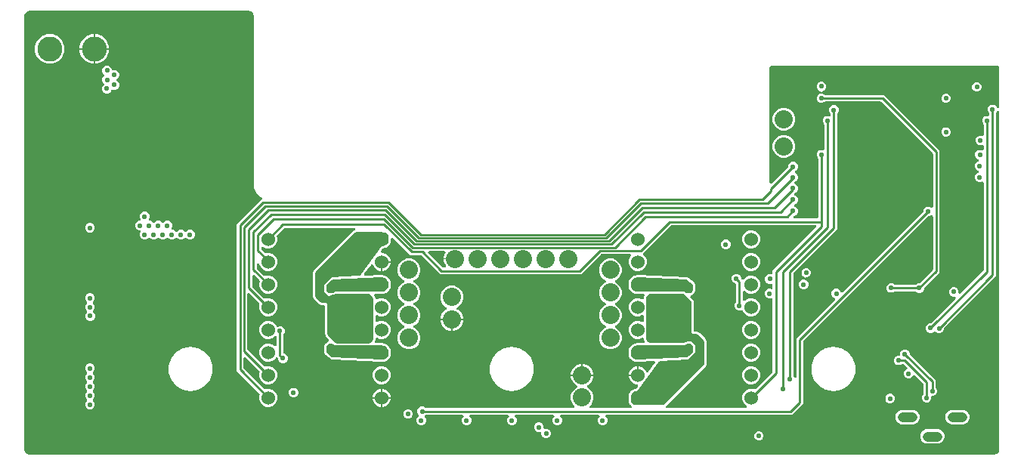
<source format=gbr>
G04 EAGLE Gerber RS-274X export*
G75*
%MOMM*%
%FSLAX34Y34*%
%LPD*%
%INBottom Copper*%
%IPPOS*%
%AMOC8*
5,1,8,0,0,1.08239X$1,22.5*%
G01*
G04 Define Apertures*
%ADD10C,2.032000*%
%ADD11C,2.800000*%
%ADD12C,1.524000*%
%ADD13C,1.100000*%
%ADD14C,0.553200*%
%ADD15C,0.228600*%
G36*
X540394Y-155388D02*
X540000Y-155440D01*
X-540000Y-155440D01*
X-540394Y-155388D01*
X-542727Y-154763D01*
X-543411Y-154369D01*
X-545119Y-152661D01*
X-545513Y-151977D01*
X-546138Y-149644D01*
X-546190Y-149250D01*
X-546190Y336366D01*
X-546138Y336760D01*
X-545513Y339093D01*
X-545119Y339777D01*
X-543411Y341485D01*
X-542727Y341879D01*
X-540394Y342504D01*
X-540000Y342556D01*
X-295000Y342556D01*
X-294606Y342504D01*
X-292273Y341879D01*
X-291589Y341485D01*
X-289882Y339777D01*
X-289487Y339093D01*
X-288862Y336760D01*
X-288810Y336366D01*
X-288810Y143619D01*
X-286708Y138543D01*
X-282823Y134658D01*
X-280777Y133811D01*
X-280318Y133515D01*
X-279967Y133020D01*
X-279837Y132428D01*
X-279948Y131831D01*
X-280283Y131326D01*
X-308229Y103380D01*
X-308229Y-61470D01*
X-283072Y-86627D01*
X-282751Y-87099D01*
X-282625Y-87692D01*
X-282741Y-88288D01*
X-283210Y-89419D01*
X-283210Y-93461D01*
X-281663Y-97195D01*
X-278805Y-100053D01*
X-275071Y-101600D01*
X-271029Y-101600D01*
X-267295Y-100053D01*
X-264437Y-97195D01*
X-262890Y-93461D01*
X-262890Y-89419D01*
X-264437Y-85685D01*
X-267295Y-82827D01*
X-271029Y-81280D01*
X-275071Y-81280D01*
X-276202Y-81749D01*
X-276761Y-81864D01*
X-277358Y-81753D01*
X-277863Y-81418D01*
X-300417Y-58865D01*
X-300742Y-58382D01*
X-300863Y-57787D01*
X-300863Y-47115D01*
X-300769Y-46588D01*
X-300450Y-46072D01*
X-299956Y-45721D01*
X-299363Y-45591D01*
X-298767Y-45702D01*
X-298261Y-46037D01*
X-283072Y-61227D01*
X-282751Y-61699D01*
X-282625Y-62292D01*
X-282741Y-62888D01*
X-283210Y-64019D01*
X-283210Y-68061D01*
X-281663Y-71795D01*
X-278805Y-74653D01*
X-275071Y-76200D01*
X-271029Y-76200D01*
X-267295Y-74653D01*
X-264437Y-71795D01*
X-262890Y-68061D01*
X-262890Y-64019D01*
X-264437Y-60285D01*
X-267295Y-57427D01*
X-271029Y-55880D01*
X-275071Y-55880D01*
X-276202Y-56349D01*
X-276761Y-56464D01*
X-277358Y-56353D01*
X-277863Y-56018D01*
X-296099Y-37783D01*
X-296424Y-37300D01*
X-296545Y-36705D01*
X-296545Y24513D01*
X-296451Y25040D01*
X-296132Y25556D01*
X-295638Y25907D01*
X-295045Y26037D01*
X-294449Y25926D01*
X-293943Y25591D01*
X-283146Y14794D01*
X-282825Y14322D01*
X-282700Y13728D01*
X-282816Y13133D01*
X-283210Y12181D01*
X-283210Y8139D01*
X-281663Y4405D01*
X-278805Y1547D01*
X-275071Y0D01*
X-271029Y0D01*
X-267295Y1547D01*
X-264437Y4405D01*
X-262890Y8139D01*
X-262890Y12181D01*
X-264437Y15915D01*
X-267295Y18773D01*
X-271029Y20320D01*
X-275071Y20320D01*
X-276382Y19777D01*
X-276941Y19661D01*
X-277537Y19772D01*
X-278043Y20107D01*
X-290511Y32575D01*
X-290836Y33058D01*
X-290957Y33653D01*
X-290957Y44833D01*
X-290863Y45360D01*
X-290544Y45876D01*
X-290050Y46227D01*
X-289457Y46357D01*
X-288861Y46246D01*
X-288355Y45911D01*
X-282997Y40553D01*
X-282676Y40081D01*
X-282551Y39487D01*
X-282667Y38892D01*
X-283210Y37581D01*
X-283210Y33539D01*
X-281663Y29805D01*
X-278805Y26947D01*
X-275071Y25400D01*
X-271029Y25400D01*
X-267295Y26947D01*
X-264437Y29805D01*
X-262890Y33539D01*
X-262890Y37581D01*
X-264437Y41315D01*
X-267295Y44173D01*
X-271029Y45720D01*
X-275071Y45720D01*
X-276023Y45326D01*
X-276582Y45210D01*
X-277178Y45321D01*
X-277684Y45656D01*
X-285431Y53403D01*
X-285756Y53886D01*
X-285877Y54481D01*
X-285877Y57716D01*
X-285787Y58231D01*
X-285473Y58750D01*
X-284981Y59105D01*
X-284389Y59240D01*
X-283792Y59133D01*
X-283284Y58802D01*
X-282945Y58299D01*
X-281663Y55205D01*
X-278805Y52347D01*
X-275071Y50800D01*
X-271029Y50800D01*
X-267295Y52347D01*
X-264437Y55205D01*
X-262890Y58939D01*
X-262890Y62981D01*
X-264437Y66715D01*
X-267295Y69573D01*
X-271029Y71120D01*
X-275071Y71120D01*
X-275304Y71023D01*
X-275863Y70908D01*
X-276460Y71019D01*
X-276965Y71354D01*
X-280351Y74739D01*
X-280676Y75222D01*
X-280797Y75817D01*
X-280797Y76291D01*
X-280699Y76829D01*
X-280376Y77343D01*
X-279879Y77689D01*
X-279285Y77815D01*
X-278690Y77699D01*
X-275071Y76200D01*
X-271029Y76200D01*
X-267295Y77747D01*
X-264437Y80605D01*
X-262890Y84339D01*
X-262890Y88381D01*
X-263359Y89512D01*
X-263474Y90071D01*
X-263363Y90668D01*
X-263028Y91173D01*
X-255461Y98741D01*
X-254978Y99066D01*
X-254383Y99187D01*
X-176984Y99187D01*
X-176469Y99097D01*
X-175950Y98783D01*
X-175595Y98291D01*
X-175460Y97699D01*
X-175567Y97102D01*
X-175898Y96594D01*
X-176401Y96255D01*
X-176657Y96149D01*
X-177184Y95867D01*
X-177722Y95508D01*
X-178212Y95105D01*
X-178452Y94888D01*
X-221126Y52214D01*
X-221343Y51974D01*
X-221746Y51484D01*
X-222105Y50946D01*
X-222387Y50419D01*
X-222634Y49822D01*
X-222808Y49250D01*
X-222934Y48616D01*
X-222996Y47984D01*
X-223012Y47661D01*
X-223012Y23713D01*
X-222996Y23390D01*
X-222934Y22758D01*
X-222808Y22124D01*
X-222634Y21553D01*
X-222387Y20955D01*
X-222105Y20428D01*
X-221746Y19890D01*
X-221343Y19400D01*
X-221126Y19160D01*
X-216298Y14332D01*
X-216058Y14115D01*
X-215568Y13712D01*
X-215030Y13353D01*
X-214503Y13071D01*
X-213906Y12824D01*
X-213334Y12650D01*
X-212700Y12524D01*
X-212068Y12462D01*
X-211745Y12446D01*
X-210566Y12446D01*
X-210017Y12344D01*
X-209506Y12017D01*
X-209163Y11516D01*
X-209042Y10922D01*
X-209042Y-19721D01*
X-209026Y-20044D01*
X-208964Y-20676D01*
X-208838Y-21310D01*
X-208664Y-21882D01*
X-208417Y-22479D01*
X-208135Y-23006D01*
X-207776Y-23544D01*
X-207373Y-24034D01*
X-207156Y-24274D01*
X-205425Y-26005D01*
X-205157Y-26367D01*
X-204985Y-26948D01*
X-205052Y-27551D01*
X-205350Y-28079D01*
X-205830Y-28450D01*
X-205952Y-28510D01*
X-206523Y-28818D01*
X-206826Y-29003D01*
X-207648Y-29567D01*
X-207988Y-29837D01*
X-208126Y-29974D01*
X-208817Y-30710D01*
X-209091Y-31047D01*
X-209198Y-31210D01*
X-209715Y-32077D01*
X-209911Y-32464D01*
X-209980Y-32646D01*
X-210300Y-33603D01*
X-210409Y-34024D01*
X-210437Y-34216D01*
X-210547Y-35232D01*
X-210566Y-35587D01*
X-210566Y-38869D01*
X-210546Y-39228D01*
X-210480Y-39838D01*
X-210402Y-40264D01*
X-210344Y-40460D01*
X-210143Y-41051D01*
X-209975Y-41451D01*
X-209876Y-41629D01*
X-209552Y-42163D01*
X-209302Y-42517D01*
X-209166Y-42669D01*
X-208726Y-43129D01*
X-208463Y-43375D01*
X-202911Y-48027D01*
X-202580Y-48267D01*
X-202265Y-48433D01*
X-201931Y-48554D01*
X-201564Y-48631D01*
X-201315Y-48653D01*
X-146430Y-51051D01*
X-146288Y-51054D01*
X-144635Y-51054D01*
X-144312Y-51038D01*
X-143433Y-50952D01*
X-142798Y-50825D01*
X-141989Y-50580D01*
X-141391Y-50332D01*
X-140644Y-49933D01*
X-140107Y-49574D01*
X-139424Y-49014D01*
X-139183Y-48795D01*
X-137895Y-47507D01*
X-137676Y-47266D01*
X-137116Y-46583D01*
X-136757Y-46046D01*
X-136358Y-45299D01*
X-136110Y-44701D01*
X-135865Y-43892D01*
X-135738Y-43257D01*
X-135652Y-42378D01*
X-135636Y-42055D01*
X-135636Y-39479D01*
X-135652Y-39156D01*
X-135739Y-38277D01*
X-135865Y-37642D01*
X-136110Y-36833D01*
X-136358Y-36235D01*
X-136757Y-35488D01*
X-137116Y-34951D01*
X-137676Y-34268D01*
X-137895Y-34027D01*
X-139437Y-32485D01*
X-139678Y-32266D01*
X-140361Y-31706D01*
X-140898Y-31347D01*
X-141645Y-30948D01*
X-142243Y-30700D01*
X-143052Y-30455D01*
X-143687Y-30328D01*
X-144566Y-30242D01*
X-144889Y-30226D01*
X-152147Y-30226D01*
X-152685Y-30128D01*
X-153198Y-29805D01*
X-153545Y-29308D01*
X-153671Y-28714D01*
X-153555Y-28119D01*
X-153286Y-27470D01*
X-153112Y-26898D01*
X-152986Y-26264D01*
X-152924Y-25632D01*
X-152922Y-25596D01*
X-152826Y-25133D01*
X-152503Y-24619D01*
X-152006Y-24272D01*
X-151412Y-24147D01*
X-150817Y-24263D01*
X-148071Y-25400D01*
X-144029Y-25400D01*
X-140295Y-23853D01*
X-137437Y-20995D01*
X-135890Y-17261D01*
X-135890Y-13219D01*
X-137437Y-9485D01*
X-140295Y-6627D01*
X-144029Y-5080D01*
X-148071Y-5080D01*
X-150801Y-6211D01*
X-151335Y-6326D01*
X-151933Y-6224D01*
X-152444Y-5897D01*
X-152787Y-5397D01*
X-152908Y-4803D01*
X-152908Y-277D01*
X-152810Y261D01*
X-152487Y774D01*
X-151990Y1121D01*
X-151396Y1247D01*
X-150801Y1131D01*
X-148071Y0D01*
X-144029Y0D01*
X-140295Y1547D01*
X-137437Y4405D01*
X-135890Y8139D01*
X-135890Y12181D01*
X-137437Y15915D01*
X-140295Y18773D01*
X-144029Y20320D01*
X-148071Y20320D01*
X-150885Y19154D01*
X-151271Y19051D01*
X-151876Y19094D01*
X-152416Y19369D01*
X-152807Y19833D01*
X-152966Y20349D01*
X-152972Y20348D01*
X-152983Y20405D01*
X-152985Y20413D01*
X-152986Y20421D01*
X-153112Y21056D01*
X-153286Y21628D01*
X-153533Y22225D01*
X-153815Y22752D01*
X-153830Y22775D01*
X-153835Y22790D01*
X-153850Y22818D01*
X-153845Y22821D01*
X-154086Y23573D01*
X-153985Y24171D01*
X-153658Y24682D01*
X-153158Y25025D01*
X-152563Y25146D01*
X-144889Y25146D01*
X-144566Y25162D01*
X-143687Y25248D01*
X-143052Y25375D01*
X-142243Y25620D01*
X-141645Y25868D01*
X-140898Y26267D01*
X-140361Y26626D01*
X-139678Y27186D01*
X-139437Y27405D01*
X-137895Y28947D01*
X-137676Y29188D01*
X-137116Y29871D01*
X-136757Y30408D01*
X-136358Y31155D01*
X-136110Y31753D01*
X-135865Y32562D01*
X-135739Y33197D01*
X-135652Y34076D01*
X-135636Y34399D01*
X-135636Y36975D01*
X-135652Y37298D01*
X-135738Y38177D01*
X-135865Y38812D01*
X-136110Y39621D01*
X-136358Y40219D01*
X-136757Y40966D01*
X-137116Y41503D01*
X-137676Y42186D01*
X-137895Y42427D01*
X-139183Y43715D01*
X-139424Y43934D01*
X-140107Y44494D01*
X-140644Y44853D01*
X-141391Y45252D01*
X-141989Y45500D01*
X-142798Y45745D01*
X-143433Y45872D01*
X-144312Y45958D01*
X-144635Y45974D01*
X-146288Y45974D01*
X-146430Y45971D01*
X-163902Y45208D01*
X-164269Y45236D01*
X-164828Y45472D01*
X-165251Y45907D01*
X-165471Y46472D01*
X-165452Y47078D01*
X-165199Y47629D01*
X-158072Y57382D01*
X-157470Y57871D01*
X-156878Y58006D01*
X-156281Y57900D01*
X-155773Y57569D01*
X-155434Y57066D01*
X-154663Y55205D01*
X-151805Y52347D01*
X-148071Y50800D01*
X-146812Y50800D01*
X-146812Y61722D01*
X-135890Y61722D01*
X-135890Y62981D01*
X-137437Y66715D01*
X-140295Y69573D01*
X-144029Y71120D01*
X-145032Y71120D01*
X-145891Y71386D01*
X-146314Y71820D01*
X-146534Y72386D01*
X-146515Y72992D01*
X-146262Y73543D01*
X-144699Y75682D01*
X-144052Y76190D01*
X-143917Y76246D01*
X-143483Y76355D01*
X-143087Y76394D01*
X-142453Y76520D01*
X-141643Y76766D01*
X-141045Y77013D01*
X-140299Y77412D01*
X-139761Y77772D01*
X-139078Y78332D01*
X-138838Y78550D01*
X-137895Y79493D01*
X-137676Y79734D01*
X-137116Y80417D01*
X-136757Y80954D01*
X-136358Y81701D01*
X-136110Y82299D01*
X-135865Y83108D01*
X-135739Y83743D01*
X-135652Y84622D01*
X-135636Y84945D01*
X-135636Y86616D01*
X-135542Y87143D01*
X-135223Y87659D01*
X-134729Y88010D01*
X-134136Y88140D01*
X-133540Y88029D01*
X-133034Y87694D01*
X-113794Y68453D01*
X-102233Y68453D01*
X-101661Y68342D01*
X-101155Y68007D01*
X-80266Y47117D01*
X77255Y47117D01*
X99414Y69277D01*
X99897Y69602D01*
X100492Y69723D01*
X131685Y69723D01*
X132212Y69629D01*
X132728Y69310D01*
X133079Y68816D01*
X133209Y68223D01*
X133098Y67627D01*
X132763Y67121D01*
X132357Y66715D01*
X130810Y62981D01*
X130810Y58939D01*
X132357Y55205D01*
X135215Y52347D01*
X138949Y50800D01*
X142991Y50800D01*
X146725Y52347D01*
X149583Y55205D01*
X151130Y58939D01*
X151130Y62981D01*
X149583Y66715D01*
X147391Y68907D01*
X147075Y69368D01*
X146945Y69961D01*
X147056Y70557D01*
X147391Y71063D01*
X178117Y101789D01*
X178600Y102114D01*
X179195Y102235D01*
X339524Y102235D01*
X340051Y102141D01*
X340567Y101822D01*
X340918Y101328D01*
X341048Y100735D01*
X340937Y100139D01*
X340602Y99633D01*
X291973Y51005D01*
X291973Y48582D01*
X291875Y48044D01*
X291552Y47531D01*
X291055Y47184D01*
X290461Y47058D01*
X289973Y47153D01*
X287805Y47153D01*
X285855Y46346D01*
X284362Y44853D01*
X283555Y42903D01*
X283555Y40792D01*
X284362Y38842D01*
X285855Y37349D01*
X287805Y36541D01*
X289962Y36541D01*
X290400Y36636D01*
X290998Y36534D01*
X291509Y36207D01*
X291852Y35707D01*
X291973Y35113D01*
X291973Y32045D01*
X291875Y31507D01*
X291552Y30993D01*
X291055Y30646D01*
X290461Y30521D01*
X289866Y30637D01*
X289698Y30706D01*
X287588Y30706D01*
X285637Y29898D01*
X284145Y28406D01*
X283337Y26455D01*
X283337Y24345D01*
X284145Y22394D01*
X285637Y20902D01*
X287588Y20094D01*
X289698Y20094D01*
X289866Y20163D01*
X290400Y20279D01*
X290998Y20177D01*
X291509Y19850D01*
X291852Y19350D01*
X291973Y18755D01*
X291973Y-61597D01*
X291862Y-62169D01*
X291527Y-62675D01*
X272783Y-81418D01*
X272311Y-81739D01*
X271718Y-81865D01*
X271122Y-81749D01*
X269991Y-81280D01*
X265949Y-81280D01*
X262215Y-82827D01*
X259357Y-85685D01*
X257810Y-89419D01*
X257810Y-93461D01*
X259357Y-97195D01*
X262215Y-100053D01*
X262243Y-100065D01*
X262685Y-100345D01*
X263044Y-100834D01*
X263183Y-101424D01*
X263082Y-102022D01*
X262755Y-102533D01*
X262254Y-102876D01*
X261660Y-102997D01*
X173966Y-102997D01*
X173301Y-102845D01*
X172819Y-102477D01*
X172518Y-101950D01*
X172447Y-101348D01*
X172616Y-100765D01*
X172999Y-100295D01*
X173133Y-100185D01*
X173372Y-99968D01*
X216046Y-57294D01*
X216263Y-57054D01*
X216666Y-56564D01*
X217025Y-56026D01*
X217307Y-55499D01*
X217554Y-54902D01*
X217728Y-54330D01*
X217854Y-53696D01*
X217916Y-53064D01*
X217932Y-52741D01*
X217932Y-28793D01*
X217916Y-28470D01*
X217854Y-27838D01*
X217728Y-27204D01*
X217554Y-26633D01*
X217307Y-26035D01*
X217025Y-25508D01*
X216666Y-24970D01*
X216263Y-24480D01*
X216046Y-24240D01*
X211218Y-19412D01*
X210978Y-19195D01*
X210488Y-18792D01*
X209950Y-18433D01*
X209423Y-18151D01*
X208826Y-17904D01*
X208254Y-17730D01*
X207620Y-17604D01*
X206988Y-17542D01*
X206665Y-17526D01*
X205486Y-17526D01*
X204937Y-17424D01*
X204426Y-17097D01*
X204083Y-16596D01*
X203962Y-16002D01*
X203962Y14641D01*
X203946Y14964D01*
X203884Y15596D01*
X203758Y16230D01*
X203584Y16802D01*
X203337Y17399D01*
X203055Y17926D01*
X202696Y18464D01*
X202293Y18954D01*
X202076Y19194D01*
X200345Y20925D01*
X200077Y21287D01*
X199905Y21868D01*
X199972Y22471D01*
X200270Y22999D01*
X200750Y23370D01*
X200872Y23430D01*
X201443Y23738D01*
X201746Y23923D01*
X202568Y24487D01*
X202908Y24757D01*
X203046Y24894D01*
X203737Y25630D01*
X204011Y25967D01*
X204118Y26130D01*
X204635Y26997D01*
X204831Y27384D01*
X204900Y27566D01*
X205220Y28523D01*
X205329Y28944D01*
X205357Y29136D01*
X205467Y30152D01*
X205486Y30507D01*
X205486Y33789D01*
X205466Y34148D01*
X205400Y34758D01*
X205322Y35184D01*
X205264Y35380D01*
X205063Y35971D01*
X204895Y36371D01*
X204796Y36549D01*
X204472Y37083D01*
X204222Y37437D01*
X204086Y37589D01*
X203646Y38049D01*
X203383Y38295D01*
X197831Y42947D01*
X197500Y43187D01*
X197185Y43353D01*
X196851Y43474D01*
X196484Y43551D01*
X196235Y43573D01*
X141350Y45971D01*
X141208Y45974D01*
X139555Y45974D01*
X139232Y45958D01*
X138353Y45872D01*
X137718Y45745D01*
X136909Y45500D01*
X136311Y45252D01*
X135564Y44853D01*
X135027Y44494D01*
X134344Y43934D01*
X134103Y43715D01*
X132815Y42427D01*
X132596Y42186D01*
X132036Y41503D01*
X131677Y40966D01*
X131278Y40219D01*
X131030Y39621D01*
X130785Y38812D01*
X130658Y38177D01*
X130572Y37298D01*
X130556Y36975D01*
X130556Y34399D01*
X130572Y34076D01*
X130659Y33197D01*
X130785Y32562D01*
X131030Y31753D01*
X131278Y31155D01*
X131677Y30408D01*
X132036Y29871D01*
X132596Y29188D01*
X132815Y28947D01*
X134357Y27405D01*
X134598Y27186D01*
X135281Y26626D01*
X135818Y26267D01*
X136565Y25868D01*
X137163Y25620D01*
X137972Y25375D01*
X138607Y25248D01*
X139486Y25162D01*
X139809Y25146D01*
X147067Y25146D01*
X147605Y25048D01*
X148118Y24725D01*
X148465Y24228D01*
X148591Y23634D01*
X148475Y23039D01*
X148206Y22390D01*
X148032Y21818D01*
X147906Y21184D01*
X147844Y20552D01*
X147842Y20516D01*
X147746Y20053D01*
X147423Y19539D01*
X146926Y19192D01*
X146332Y19067D01*
X145737Y19183D01*
X142991Y20320D01*
X138949Y20320D01*
X135215Y18773D01*
X132357Y15915D01*
X130810Y12181D01*
X130810Y8139D01*
X132357Y4405D01*
X135215Y1547D01*
X138949Y0D01*
X142991Y0D01*
X145721Y1131D01*
X146255Y1246D01*
X146853Y1144D01*
X147364Y817D01*
X147707Y317D01*
X147828Y-277D01*
X147828Y-4803D01*
X147730Y-5341D01*
X147407Y-5854D01*
X146910Y-6201D01*
X146316Y-6327D01*
X145721Y-6211D01*
X142991Y-5080D01*
X138949Y-5080D01*
X135215Y-6627D01*
X132357Y-9485D01*
X130810Y-13219D01*
X130810Y-17261D01*
X132357Y-20995D01*
X135215Y-23853D01*
X138949Y-25400D01*
X142991Y-25400D01*
X145805Y-24234D01*
X146191Y-24131D01*
X146796Y-24174D01*
X147336Y-24449D01*
X147727Y-24913D01*
X147886Y-25429D01*
X147892Y-25428D01*
X147903Y-25485D01*
X147905Y-25493D01*
X147906Y-25501D01*
X148032Y-26136D01*
X148206Y-26708D01*
X148453Y-27305D01*
X148735Y-27832D01*
X148750Y-27855D01*
X148755Y-27870D01*
X148770Y-27898D01*
X148765Y-27901D01*
X149006Y-28653D01*
X148905Y-29251D01*
X148578Y-29762D01*
X148078Y-30105D01*
X147483Y-30226D01*
X139809Y-30226D01*
X139486Y-30242D01*
X138607Y-30328D01*
X137972Y-30455D01*
X137163Y-30700D01*
X136565Y-30948D01*
X135818Y-31347D01*
X135281Y-31706D01*
X134598Y-32266D01*
X134357Y-32485D01*
X132815Y-34027D01*
X132596Y-34268D01*
X132036Y-34951D01*
X131677Y-35488D01*
X131278Y-36235D01*
X131030Y-36833D01*
X130785Y-37642D01*
X130659Y-38277D01*
X130572Y-39156D01*
X130556Y-39479D01*
X130556Y-42055D01*
X130572Y-42378D01*
X130658Y-43257D01*
X130785Y-43892D01*
X131030Y-44701D01*
X131278Y-45299D01*
X131677Y-46046D01*
X132036Y-46583D01*
X132596Y-47266D01*
X132815Y-47507D01*
X134103Y-48795D01*
X134344Y-49014D01*
X135027Y-49574D01*
X135564Y-49933D01*
X136311Y-50332D01*
X136909Y-50580D01*
X137718Y-50825D01*
X138353Y-50952D01*
X139232Y-51038D01*
X139555Y-51054D01*
X141208Y-51054D01*
X141350Y-51051D01*
X158822Y-50288D01*
X159189Y-50316D01*
X159748Y-50552D01*
X160171Y-50987D01*
X160391Y-51552D01*
X160372Y-52158D01*
X160119Y-52709D01*
X152992Y-62462D01*
X152390Y-62951D01*
X151798Y-63086D01*
X151201Y-62980D01*
X150693Y-62649D01*
X150354Y-62146D01*
X149583Y-60285D01*
X146725Y-57427D01*
X142991Y-55880D01*
X141732Y-55880D01*
X141732Y-66802D01*
X130810Y-66802D01*
X130810Y-68061D01*
X132357Y-71795D01*
X135215Y-74653D01*
X138949Y-76200D01*
X139952Y-76200D01*
X140811Y-76466D01*
X141234Y-76900D01*
X141454Y-77466D01*
X141435Y-78072D01*
X141182Y-78623D01*
X139619Y-80762D01*
X138972Y-81270D01*
X138837Y-81326D01*
X138403Y-81435D01*
X138007Y-81474D01*
X137373Y-81600D01*
X136563Y-81846D01*
X135965Y-82093D01*
X135219Y-82492D01*
X134681Y-82852D01*
X133998Y-83412D01*
X133758Y-83630D01*
X132815Y-84573D01*
X132596Y-84814D01*
X132036Y-85497D01*
X131677Y-86034D01*
X131278Y-86781D01*
X131030Y-87379D01*
X130785Y-88188D01*
X130659Y-88823D01*
X130572Y-89702D01*
X130556Y-90025D01*
X130556Y-93871D01*
X130572Y-94194D01*
X130658Y-95073D01*
X130785Y-95708D01*
X131030Y-96517D01*
X131278Y-97115D01*
X131677Y-97862D01*
X132036Y-98399D01*
X132596Y-99082D01*
X132815Y-99323D01*
X132951Y-99459D01*
X133173Y-99662D01*
X133805Y-100187D01*
X133849Y-100218D01*
X134368Y-100834D01*
X134508Y-101424D01*
X134406Y-102022D01*
X134079Y-102533D01*
X133579Y-102876D01*
X132984Y-102997D01*
X88623Y-102997D01*
X88096Y-102903D01*
X87580Y-102584D01*
X87229Y-102090D01*
X87099Y-101497D01*
X87210Y-100901D01*
X87545Y-100395D01*
X89507Y-98434D01*
X91440Y-93766D01*
X91440Y-88714D01*
X89507Y-84046D01*
X85934Y-80473D01*
X85148Y-80148D01*
X84698Y-79860D01*
X84343Y-79368D01*
X84208Y-78776D01*
X84314Y-78179D01*
X84645Y-77671D01*
X85148Y-77332D01*
X85934Y-77007D01*
X89507Y-73434D01*
X91440Y-68766D01*
X91440Y-67002D01*
X66040Y-67002D01*
X66040Y-68766D01*
X67973Y-73434D01*
X71546Y-77007D01*
X72332Y-77332D01*
X72782Y-77620D01*
X73137Y-78112D01*
X73272Y-78704D01*
X73166Y-79301D01*
X72835Y-79809D01*
X72332Y-80148D01*
X71546Y-80473D01*
X67973Y-84046D01*
X66040Y-88714D01*
X66040Y-93766D01*
X67973Y-98434D01*
X69935Y-100395D01*
X70241Y-100834D01*
X70380Y-101424D01*
X70279Y-102022D01*
X69952Y-102533D01*
X69452Y-102876D01*
X68857Y-102997D01*
X-96132Y-102997D01*
X-96704Y-102886D01*
X-97210Y-102551D01*
X-97578Y-102182D01*
X-99529Y-101374D01*
X-101639Y-101374D01*
X-103590Y-102182D01*
X-105082Y-103674D01*
X-105890Y-105625D01*
X-105890Y-107735D01*
X-105082Y-109686D01*
X-104593Y-110174D01*
X-104277Y-110635D01*
X-104147Y-111228D01*
X-104258Y-111824D01*
X-104593Y-112330D01*
X-106098Y-113834D01*
X-106906Y-115785D01*
X-106906Y-117895D01*
X-106098Y-119846D01*
X-104606Y-121338D01*
X-102655Y-122146D01*
X-100545Y-122146D01*
X-98594Y-121338D01*
X-97102Y-119846D01*
X-96294Y-117895D01*
X-96294Y-115785D01*
X-97102Y-113834D01*
X-97591Y-113346D01*
X-97907Y-112885D01*
X-98037Y-112292D01*
X-97926Y-111696D01*
X-97591Y-111190D01*
X-97210Y-110809D01*
X-96726Y-110484D01*
X-96132Y-110363D01*
X-55506Y-110363D01*
X-54979Y-110457D01*
X-54463Y-110776D01*
X-54112Y-111270D01*
X-53982Y-111863D01*
X-54093Y-112459D01*
X-54428Y-112965D01*
X-55298Y-113834D01*
X-56106Y-115785D01*
X-56106Y-117895D01*
X-55298Y-119846D01*
X-53806Y-121338D01*
X-51855Y-122146D01*
X-49745Y-122146D01*
X-47794Y-121338D01*
X-46302Y-119846D01*
X-45494Y-117895D01*
X-45494Y-115785D01*
X-46302Y-113834D01*
X-47172Y-112965D01*
X-47478Y-112526D01*
X-47617Y-111936D01*
X-47515Y-111338D01*
X-47189Y-110827D01*
X-46688Y-110484D01*
X-46094Y-110363D01*
X-4706Y-110363D01*
X-4179Y-110457D01*
X-3663Y-110776D01*
X-3312Y-111270D01*
X-3182Y-111863D01*
X-3293Y-112459D01*
X-3628Y-112965D01*
X-4498Y-113834D01*
X-5306Y-115785D01*
X-5306Y-117895D01*
X-4498Y-119846D01*
X-3006Y-121338D01*
X-1055Y-122146D01*
X1055Y-122146D01*
X3006Y-121338D01*
X4498Y-119846D01*
X5306Y-117895D01*
X5306Y-115785D01*
X4498Y-113834D01*
X3628Y-112965D01*
X3322Y-112526D01*
X3183Y-111936D01*
X3285Y-111338D01*
X3611Y-110827D01*
X4112Y-110484D01*
X4706Y-110363D01*
X46094Y-110363D01*
X46621Y-110457D01*
X47137Y-110776D01*
X47488Y-111270D01*
X47618Y-111863D01*
X47507Y-112459D01*
X47172Y-112965D01*
X46302Y-113834D01*
X45494Y-115785D01*
X45494Y-117895D01*
X46302Y-119846D01*
X47794Y-121338D01*
X49745Y-122146D01*
X51855Y-122146D01*
X53806Y-121338D01*
X55298Y-119846D01*
X56106Y-117895D01*
X56106Y-115785D01*
X55298Y-113834D01*
X54428Y-112965D01*
X54122Y-112526D01*
X53983Y-111936D01*
X54085Y-111338D01*
X54411Y-110827D01*
X54912Y-110484D01*
X55506Y-110363D01*
X96894Y-110363D01*
X97421Y-110457D01*
X97937Y-110776D01*
X98288Y-111270D01*
X98418Y-111863D01*
X98307Y-112459D01*
X97972Y-112965D01*
X97102Y-113834D01*
X96294Y-115785D01*
X96294Y-117895D01*
X97102Y-119846D01*
X98594Y-121338D01*
X100545Y-122146D01*
X102655Y-122146D01*
X104606Y-121338D01*
X106098Y-119846D01*
X106906Y-117895D01*
X106906Y-115785D01*
X106098Y-113834D01*
X105228Y-112965D01*
X104922Y-112526D01*
X104783Y-111936D01*
X104885Y-111338D01*
X105211Y-110827D01*
X105712Y-110484D01*
X106306Y-110363D01*
X313946Y-110363D01*
X326263Y-98046D01*
X326263Y-28319D01*
X326374Y-27747D01*
X326709Y-27241D01*
X465800Y111850D01*
X466283Y112175D01*
X466878Y112296D01*
X467653Y112296D01*
X469698Y113143D01*
X470232Y113258D01*
X470830Y113156D01*
X471341Y112829D01*
X471684Y112329D01*
X471805Y111735D01*
X471805Y52703D01*
X471694Y52131D01*
X471359Y51625D01*
X456982Y37248D01*
X456499Y36923D01*
X455904Y36802D01*
X455383Y36802D01*
X453432Y35994D01*
X453318Y35879D01*
X452834Y35554D01*
X452240Y35433D01*
X429394Y35433D01*
X428822Y35544D01*
X428316Y35879D01*
X427948Y36248D01*
X425997Y37056D01*
X423887Y37056D01*
X421936Y36248D01*
X420444Y34756D01*
X419636Y32805D01*
X419636Y30695D01*
X420444Y28744D01*
X421936Y27252D01*
X423887Y26444D01*
X425997Y26444D01*
X427948Y27252D01*
X428316Y27621D01*
X428800Y27946D01*
X429394Y28067D01*
X451732Y28067D01*
X452304Y27956D01*
X452810Y27621D01*
X453432Y26998D01*
X455383Y26190D01*
X457493Y26190D01*
X459444Y26998D01*
X460936Y28490D01*
X461744Y30441D01*
X461744Y30962D01*
X461855Y31534D01*
X462190Y32040D01*
X479171Y49020D01*
X479171Y185676D01*
X416816Y248031D01*
X351162Y248031D01*
X350590Y248142D01*
X350084Y248477D01*
X349716Y248846D01*
X348031Y249544D01*
X347580Y249832D01*
X347225Y250324D01*
X347091Y250916D01*
X347197Y251513D01*
X347528Y252021D01*
X348031Y252360D01*
X349716Y253058D01*
X351208Y254550D01*
X352016Y256501D01*
X352016Y258611D01*
X351208Y260562D01*
X349716Y262054D01*
X347765Y262862D01*
X345655Y262862D01*
X343704Y262054D01*
X342212Y260562D01*
X341404Y258611D01*
X341404Y256501D01*
X342212Y254550D01*
X343704Y253058D01*
X345389Y252360D01*
X345840Y252072D01*
X346195Y251580D01*
X346329Y250988D01*
X346223Y250391D01*
X345892Y249883D01*
X345389Y249544D01*
X343704Y248846D01*
X342212Y247354D01*
X341404Y245403D01*
X341404Y243293D01*
X342212Y241342D01*
X343704Y239850D01*
X345655Y239042D01*
X347765Y239042D01*
X349716Y239850D01*
X350084Y240219D01*
X350568Y240544D01*
X351162Y240665D01*
X413133Y240665D01*
X413705Y240554D01*
X414211Y240219D01*
X471359Y183071D01*
X471684Y182588D01*
X471805Y181993D01*
X471805Y123469D01*
X471707Y122931D01*
X471384Y122418D01*
X470887Y122071D01*
X470293Y121945D01*
X469698Y122061D01*
X467653Y122908D01*
X465543Y122908D01*
X463592Y122100D01*
X462100Y120608D01*
X461292Y118657D01*
X461292Y118390D01*
X461181Y117818D01*
X460846Y117312D01*
X370747Y27213D01*
X370297Y26902D01*
X369706Y26767D01*
X369109Y26874D01*
X368600Y27205D01*
X368261Y27708D01*
X367972Y28406D01*
X366480Y29898D01*
X364529Y30706D01*
X362419Y30706D01*
X360468Y29898D01*
X358976Y28406D01*
X358168Y26455D01*
X358168Y24345D01*
X358976Y22394D01*
X360468Y20902D01*
X361166Y20613D01*
X361626Y20316D01*
X361977Y19822D01*
X362107Y19229D01*
X361996Y18633D01*
X361661Y18127D01*
X318897Y-24636D01*
X318897Y-67175D01*
X318807Y-67690D01*
X318493Y-68209D01*
X318001Y-68564D01*
X317409Y-68698D01*
X316812Y-68592D01*
X316304Y-68261D01*
X315965Y-67758D01*
X315902Y-67606D01*
X315533Y-67238D01*
X315208Y-66754D01*
X315087Y-66160D01*
X315087Y47627D01*
X315198Y48199D01*
X315533Y48705D01*
X364363Y97534D01*
X364363Y226688D01*
X364474Y227260D01*
X364809Y227766D01*
X365178Y228134D01*
X365986Y230085D01*
X365986Y232195D01*
X365178Y234146D01*
X363686Y235638D01*
X361735Y236446D01*
X359625Y236446D01*
X357674Y235638D01*
X356182Y234146D01*
X355374Y232195D01*
X355374Y230085D01*
X356182Y228134D01*
X356551Y227766D01*
X356876Y227282D01*
X356997Y226688D01*
X356997Y225806D01*
X356899Y225268D01*
X356576Y224754D01*
X356079Y224407D01*
X355485Y224282D01*
X354890Y224398D01*
X354623Y224508D01*
X352513Y224508D01*
X350562Y223700D01*
X349070Y222208D01*
X348262Y220257D01*
X348262Y218147D01*
X349070Y216196D01*
X349439Y215828D01*
X349764Y215344D01*
X349885Y214750D01*
X349885Y187811D01*
X349787Y187273D01*
X349464Y186759D01*
X348967Y186412D01*
X348373Y186287D01*
X347778Y186403D01*
X347765Y186408D01*
X345655Y186408D01*
X343704Y185600D01*
X342212Y184108D01*
X341404Y182157D01*
X341404Y180047D01*
X342212Y178096D01*
X342581Y177728D01*
X342906Y177244D01*
X343027Y176650D01*
X343027Y111125D01*
X342925Y110576D01*
X342598Y110065D01*
X342097Y109722D01*
X341503Y109601D01*
X316617Y109601D01*
X316102Y109691D01*
X315583Y110005D01*
X315228Y110497D01*
X315094Y111089D01*
X315200Y111686D01*
X315531Y112194D01*
X316034Y112533D01*
X318025Y113358D01*
X319518Y114850D01*
X320326Y116801D01*
X320326Y118911D01*
X319518Y120862D01*
X318025Y122354D01*
X316954Y122798D01*
X316503Y123086D01*
X316148Y123578D01*
X316013Y124170D01*
X316120Y124767D01*
X316451Y125275D01*
X316954Y125614D01*
X318025Y126058D01*
X319518Y127550D01*
X320326Y129501D01*
X320326Y131611D01*
X319518Y133562D01*
X318025Y135054D01*
X316954Y135498D01*
X316503Y135786D01*
X316148Y136278D01*
X316013Y136870D01*
X316120Y137467D01*
X316451Y137975D01*
X316954Y138314D01*
X318025Y138758D01*
X319518Y140250D01*
X320326Y142201D01*
X320326Y144311D01*
X319518Y146262D01*
X318025Y147754D01*
X317260Y148071D01*
X316810Y148359D01*
X316455Y148851D01*
X316320Y149443D01*
X316426Y150040D01*
X316757Y150548D01*
X317260Y150887D01*
X318025Y151204D01*
X319518Y152696D01*
X320326Y154647D01*
X320326Y156757D01*
X319518Y158708D01*
X318025Y160200D01*
X317844Y160275D01*
X317393Y160564D01*
X317038Y161055D01*
X316903Y161647D01*
X317010Y162244D01*
X317341Y162752D01*
X317844Y163091D01*
X317966Y163142D01*
X319458Y164634D01*
X320266Y166585D01*
X320266Y168695D01*
X319458Y170646D01*
X317966Y172138D01*
X316015Y172946D01*
X313905Y172946D01*
X311954Y172138D01*
X310462Y170646D01*
X309654Y168695D01*
X309654Y168174D01*
X309543Y167602D01*
X309208Y167096D01*
X291412Y149300D01*
X290973Y148994D01*
X290383Y148855D01*
X289785Y148956D01*
X289274Y149283D01*
X288931Y149783D01*
X288810Y150378D01*
X288810Y278962D01*
X288912Y279511D01*
X289239Y280022D01*
X289740Y280365D01*
X290334Y280486D01*
X544666Y280486D01*
X545215Y280384D01*
X545726Y280057D01*
X546069Y279556D01*
X546190Y278962D01*
X546190Y234815D01*
X546100Y234300D01*
X545786Y233781D01*
X545294Y233427D01*
X544702Y233292D01*
X544105Y233398D01*
X543597Y233729D01*
X543258Y234232D01*
X542978Y234908D01*
X541486Y236400D01*
X539535Y237208D01*
X537425Y237208D01*
X535474Y236400D01*
X533982Y234908D01*
X533174Y232957D01*
X533174Y230847D01*
X533982Y228896D01*
X534351Y228528D01*
X534676Y228044D01*
X534797Y227450D01*
X534797Y226032D01*
X534695Y225483D01*
X534368Y224972D01*
X533867Y224629D01*
X533273Y224508D01*
X531075Y224508D01*
X529124Y223700D01*
X527632Y222208D01*
X526824Y220257D01*
X526824Y218147D01*
X527632Y216196D01*
X528001Y215828D01*
X528326Y215344D01*
X528447Y214750D01*
X528447Y203497D01*
X528349Y202959D01*
X528026Y202446D01*
X527529Y202099D01*
X526935Y201973D01*
X526340Y202089D01*
X525565Y202410D01*
X523455Y202410D01*
X521504Y201602D01*
X520012Y200110D01*
X519204Y198159D01*
X519204Y196049D01*
X520012Y194098D01*
X521504Y192606D01*
X523455Y191798D01*
X525565Y191798D01*
X526340Y192119D01*
X526874Y192234D01*
X527472Y192132D01*
X527983Y191805D01*
X528326Y191305D01*
X528447Y190711D01*
X528447Y187390D01*
X528349Y186852D01*
X528026Y186338D01*
X527529Y185992D01*
X526935Y185866D01*
X526340Y185982D01*
X525311Y186408D01*
X523201Y186408D01*
X521250Y185600D01*
X519758Y184108D01*
X518950Y182157D01*
X518950Y180047D01*
X519758Y178096D01*
X521250Y176604D01*
X522195Y176213D01*
X522645Y175924D01*
X523000Y175432D01*
X523135Y174841D01*
X523029Y174244D01*
X522698Y173736D01*
X522195Y173397D01*
X520996Y172900D01*
X519504Y171408D01*
X518696Y169457D01*
X518696Y167347D01*
X519504Y165396D01*
X520996Y163904D01*
X522068Y163460D01*
X522518Y163172D01*
X522873Y162680D01*
X523008Y162088D01*
X522902Y161491D01*
X522571Y160983D01*
X522068Y160644D01*
X520996Y160200D01*
X519504Y158708D01*
X518696Y156757D01*
X518696Y154647D01*
X519504Y152696D01*
X520996Y151204D01*
X522947Y150396D01*
X525057Y150396D01*
X526340Y150927D01*
X526874Y151042D01*
X527472Y150941D01*
X527983Y150614D01*
X528326Y150114D01*
X528447Y149519D01*
X528447Y51941D01*
X528336Y51369D01*
X528001Y50863D01*
X502954Y25816D01*
X502515Y25510D01*
X501925Y25371D01*
X501327Y25472D01*
X500816Y25799D01*
X500473Y26299D01*
X500352Y26894D01*
X500352Y28487D01*
X499544Y30438D01*
X498052Y31930D01*
X496101Y32738D01*
X493991Y32738D01*
X492040Y31930D01*
X490548Y30438D01*
X489740Y28487D01*
X489740Y26377D01*
X490548Y24426D01*
X492040Y22934D01*
X493991Y22126D01*
X495584Y22126D01*
X496111Y22032D01*
X496627Y21713D01*
X496978Y21219D01*
X497108Y20626D01*
X496997Y20030D01*
X496662Y19524D01*
X469682Y-7456D01*
X469199Y-7781D01*
X468604Y-7902D01*
X468083Y-7902D01*
X466132Y-8710D01*
X464640Y-10202D01*
X463832Y-12153D01*
X463832Y-14263D01*
X464640Y-16214D01*
X466132Y-17706D01*
X468083Y-18514D01*
X470193Y-18514D01*
X472144Y-17706D01*
X472632Y-17217D01*
X473093Y-16901D01*
X473686Y-16771D01*
X474282Y-16882D01*
X474788Y-17217D01*
X475530Y-17960D01*
X477481Y-18768D01*
X479591Y-18768D01*
X481542Y-17960D01*
X483034Y-16468D01*
X483842Y-14517D01*
X483842Y-13996D01*
X483953Y-13424D01*
X484288Y-12918D01*
X542163Y44956D01*
X542163Y227450D01*
X542274Y228022D01*
X542609Y228528D01*
X542978Y228896D01*
X543258Y229572D01*
X543538Y230014D01*
X544027Y230372D01*
X544617Y230512D01*
X545215Y230410D01*
X545726Y230083D01*
X546069Y229583D01*
X546190Y228989D01*
X546190Y-149250D01*
X546138Y-149644D01*
X545513Y-151977D01*
X545119Y-152661D01*
X543411Y-154369D01*
X542727Y-154763D01*
X540394Y-155388D01*
G37*
%LPC*%
G36*
X-521050Y283204D02*
X-514470Y283204D01*
X-508391Y285722D01*
X-503738Y290375D01*
X-501220Y296454D01*
X-501220Y303034D01*
X-503738Y309113D01*
X-508391Y313766D01*
X-514470Y316284D01*
X-521050Y316284D01*
X-527129Y313766D01*
X-531782Y309113D01*
X-534300Y303034D01*
X-534300Y296454D01*
X-531782Y290375D01*
X-527129Y285722D01*
X-521050Y283204D01*
G37*
G36*
X-484300Y300506D02*
X-468522Y300506D01*
X-468522Y316284D01*
X-471050Y316284D01*
X-477129Y313766D01*
X-481782Y309113D01*
X-484300Y303034D01*
X-484300Y300506D01*
G37*
G36*
X-466998Y300506D02*
X-451220Y300506D01*
X-451220Y303034D01*
X-453738Y309113D01*
X-458391Y313766D01*
X-464470Y316284D01*
X-466998Y316284D01*
X-466998Y300506D01*
G37*
G36*
X-466998Y283204D02*
X-464470Y283204D01*
X-458391Y285722D01*
X-453738Y290375D01*
X-451220Y296454D01*
X-451220Y298982D01*
X-466998Y298982D01*
X-466998Y283204D01*
G37*
G36*
X-471050Y283204D02*
X-468522Y283204D01*
X-468522Y298982D01*
X-484300Y298982D01*
X-484300Y296454D01*
X-481782Y290375D01*
X-477129Y285722D01*
X-471050Y283204D01*
G37*
G36*
X-454835Y249710D02*
X-452725Y249710D01*
X-450774Y250518D01*
X-449282Y252010D01*
X-448737Y253325D01*
X-448433Y253793D01*
X-447935Y254140D01*
X-447342Y254265D01*
X-446746Y254149D01*
X-446453Y254028D01*
X-444343Y254028D01*
X-442392Y254836D01*
X-440900Y256328D01*
X-440092Y258279D01*
X-440092Y260389D01*
X-440900Y262340D01*
X-442460Y263899D01*
X-442776Y264360D01*
X-442906Y264953D01*
X-442795Y265549D01*
X-442460Y266055D01*
X-440900Y267614D01*
X-440092Y269565D01*
X-440092Y271675D01*
X-440900Y273626D01*
X-442392Y275118D01*
X-444343Y275926D01*
X-446453Y275926D01*
X-446486Y275913D01*
X-447032Y275797D01*
X-447630Y275904D01*
X-448138Y276234D01*
X-448477Y276737D01*
X-449154Y278372D01*
X-450646Y279864D01*
X-452597Y280672D01*
X-454707Y280672D01*
X-456658Y279864D01*
X-458150Y278372D01*
X-458958Y276421D01*
X-458958Y274311D01*
X-458150Y272360D01*
X-457098Y271309D01*
X-456782Y270848D01*
X-456652Y270255D01*
X-456763Y269659D01*
X-457098Y269153D01*
X-458150Y268102D01*
X-458958Y266151D01*
X-458958Y264041D01*
X-458150Y262090D01*
X-457257Y261198D01*
X-456941Y260737D01*
X-456811Y260144D01*
X-456922Y259548D01*
X-457257Y259042D01*
X-458278Y258022D01*
X-459086Y256071D01*
X-459086Y253961D01*
X-458278Y252010D01*
X-456786Y250518D01*
X-454835Y249710D01*
G37*
G36*
X519899Y251742D02*
X522009Y251742D01*
X523960Y252550D01*
X525452Y254042D01*
X526260Y255993D01*
X526260Y258103D01*
X525452Y260054D01*
X523960Y261546D01*
X522009Y262354D01*
X519899Y262354D01*
X517948Y261546D01*
X516456Y260054D01*
X515648Y258103D01*
X515648Y255993D01*
X516456Y254042D01*
X517948Y252550D01*
X519899Y251742D01*
G37*
G36*
X485355Y239042D02*
X487465Y239042D01*
X489416Y239850D01*
X490908Y241342D01*
X491716Y243293D01*
X491716Y245403D01*
X490908Y247354D01*
X489416Y248846D01*
X487465Y249654D01*
X485355Y249654D01*
X483404Y248846D01*
X481912Y247354D01*
X481104Y245403D01*
X481104Y243293D01*
X481912Y241342D01*
X483404Y239850D01*
X485355Y239042D01*
G37*
G36*
X302274Y208280D02*
X307326Y208280D01*
X311994Y210213D01*
X315567Y213786D01*
X317500Y218454D01*
X317500Y223506D01*
X315567Y228174D01*
X311994Y231747D01*
X307326Y233680D01*
X302274Y233680D01*
X297606Y231747D01*
X294033Y228174D01*
X292100Y223506D01*
X292100Y218454D01*
X294033Y213786D01*
X297606Y210213D01*
X302274Y208280D01*
G37*
G36*
X485355Y201196D02*
X487465Y201196D01*
X489416Y202004D01*
X490908Y203496D01*
X491716Y205447D01*
X491716Y207557D01*
X490908Y209508D01*
X489416Y211000D01*
X487465Y211808D01*
X485355Y211808D01*
X483404Y211000D01*
X481912Y209508D01*
X481104Y207557D01*
X481104Y205447D01*
X481912Y203496D01*
X483404Y202004D01*
X485355Y201196D01*
G37*
G36*
X302274Y177800D02*
X307326Y177800D01*
X311994Y179733D01*
X315567Y183306D01*
X317500Y187974D01*
X317500Y193026D01*
X315567Y197694D01*
X311994Y201267D01*
X307326Y203200D01*
X302274Y203200D01*
X297606Y201267D01*
X294033Y197694D01*
X292100Y193026D01*
X292100Y187974D01*
X294033Y183306D01*
X297606Y179733D01*
X302274Y177800D01*
G37*
G36*
X-412535Y86134D02*
X-410425Y86134D01*
X-408474Y86942D01*
X-407478Y87939D01*
X-407017Y88255D01*
X-406424Y88385D01*
X-405828Y88274D01*
X-405322Y87939D01*
X-404326Y86942D01*
X-402375Y86134D01*
X-400265Y86134D01*
X-398314Y86942D01*
X-397318Y87939D01*
X-396857Y88255D01*
X-396264Y88385D01*
X-395668Y88274D01*
X-395162Y87939D01*
X-394166Y86942D01*
X-392215Y86134D01*
X-390105Y86134D01*
X-388154Y86942D01*
X-387158Y87939D01*
X-386697Y88255D01*
X-386104Y88385D01*
X-385508Y88274D01*
X-385002Y87939D01*
X-384006Y86942D01*
X-382055Y86134D01*
X-379945Y86134D01*
X-377994Y86942D01*
X-376998Y87939D01*
X-376537Y88255D01*
X-375944Y88385D01*
X-375348Y88274D01*
X-374842Y87939D01*
X-373846Y86942D01*
X-371895Y86134D01*
X-369785Y86134D01*
X-367834Y86942D01*
X-366838Y87939D01*
X-366377Y88255D01*
X-365784Y88385D01*
X-365188Y88274D01*
X-364682Y87939D01*
X-363686Y86942D01*
X-361735Y86134D01*
X-359625Y86134D01*
X-357674Y86942D01*
X-356182Y88434D01*
X-355374Y90385D01*
X-355374Y92495D01*
X-356182Y94446D01*
X-357674Y95938D01*
X-359625Y96746D01*
X-361735Y96746D01*
X-363686Y95938D01*
X-364682Y94941D01*
X-365143Y94625D01*
X-365736Y94495D01*
X-366332Y94606D01*
X-366838Y94941D01*
X-367834Y95938D01*
X-369785Y96746D01*
X-371895Y96746D01*
X-373846Y95938D01*
X-374842Y94941D01*
X-375303Y94625D01*
X-375896Y94495D01*
X-376492Y94606D01*
X-376998Y94941D01*
X-377994Y95938D01*
X-379945Y96746D01*
X-380067Y96746D01*
X-380605Y96844D01*
X-381118Y97167D01*
X-381465Y97664D01*
X-381591Y98258D01*
X-381475Y98853D01*
X-380774Y100545D01*
X-380774Y102655D01*
X-381582Y104606D01*
X-383074Y106098D01*
X-385025Y106906D01*
X-387135Y106906D01*
X-389086Y106098D01*
X-390082Y105101D01*
X-390543Y104785D01*
X-391136Y104655D01*
X-391732Y104766D01*
X-392238Y105101D01*
X-393234Y106098D01*
X-395185Y106906D01*
X-397295Y106906D01*
X-399246Y106098D01*
X-400242Y105101D01*
X-400703Y104785D01*
X-401296Y104655D01*
X-401892Y104766D01*
X-402398Y105101D01*
X-403394Y106098D01*
X-405345Y106906D01*
X-405467Y106906D01*
X-406005Y107004D01*
X-406518Y107327D01*
X-406865Y107824D01*
X-406991Y108418D01*
X-406875Y109013D01*
X-406174Y110705D01*
X-406174Y112815D01*
X-406982Y114766D01*
X-408474Y116258D01*
X-410425Y117066D01*
X-412535Y117066D01*
X-414486Y116258D01*
X-415978Y114766D01*
X-416786Y112815D01*
X-416786Y110705D01*
X-416085Y109013D01*
X-415970Y108479D01*
X-416072Y107881D01*
X-416399Y107370D01*
X-416899Y107027D01*
X-417493Y106906D01*
X-417615Y106906D01*
X-419566Y106098D01*
X-421058Y104606D01*
X-421866Y102655D01*
X-421866Y100545D01*
X-421058Y98594D01*
X-419566Y97102D01*
X-417615Y96294D01*
X-417493Y96294D01*
X-416955Y96196D01*
X-416442Y95873D01*
X-416095Y95376D01*
X-415969Y94782D01*
X-416085Y94187D01*
X-416786Y92495D01*
X-416786Y90385D01*
X-415978Y88434D01*
X-414486Y86942D01*
X-412535Y86134D01*
G37*
G36*
X-473813Y93754D02*
X-471702Y93754D01*
X-469752Y94562D01*
X-468259Y96054D01*
X-467452Y98005D01*
X-467452Y100115D01*
X-468259Y102066D01*
X-469752Y103558D01*
X-471702Y104366D01*
X-473813Y104366D01*
X-475763Y103558D01*
X-477256Y102066D01*
X-478064Y100115D01*
X-478064Y98005D01*
X-477256Y96054D01*
X-475763Y94562D01*
X-473813Y93754D01*
G37*
G36*
X265949Y76200D02*
X269991Y76200D01*
X273725Y77747D01*
X276583Y80605D01*
X278130Y84339D01*
X278130Y88381D01*
X276583Y92115D01*
X273725Y94973D01*
X269991Y96520D01*
X265949Y96520D01*
X262215Y94973D01*
X259357Y92115D01*
X257810Y88381D01*
X257810Y84339D01*
X259357Y80605D01*
X262215Y77747D01*
X265949Y76200D01*
G37*
G36*
X238467Y75212D02*
X240577Y75212D01*
X242528Y76020D01*
X244020Y77512D01*
X244828Y79463D01*
X244828Y81573D01*
X244020Y83524D01*
X242528Y85016D01*
X240577Y85824D01*
X238467Y85824D01*
X236516Y85016D01*
X235024Y83524D01*
X234216Y81573D01*
X234216Y79463D01*
X235024Y77512D01*
X236516Y76020D01*
X238467Y75212D01*
G37*
G36*
X265949Y50800D02*
X269991Y50800D01*
X273725Y52347D01*
X276583Y55205D01*
X278130Y58939D01*
X278130Y62981D01*
X276583Y66715D01*
X273725Y69573D01*
X269991Y71120D01*
X265949Y71120D01*
X262215Y69573D01*
X259357Y66715D01*
X257810Y62981D01*
X257810Y58939D01*
X259357Y55205D01*
X262215Y52347D01*
X265949Y50800D01*
G37*
G36*
X-117937Y-37084D02*
X-112885Y-37084D01*
X-108217Y-35151D01*
X-104644Y-31578D01*
X-102711Y-26910D01*
X-102711Y-21858D01*
X-104644Y-17190D01*
X-108217Y-13617D01*
X-109486Y-13092D01*
X-109936Y-12804D01*
X-110291Y-12312D01*
X-110426Y-11720D01*
X-110320Y-11123D01*
X-109989Y-10615D01*
X-109486Y-10276D01*
X-108217Y-9751D01*
X-104644Y-6178D01*
X-102711Y-1510D01*
X-102711Y3542D01*
X-104644Y8210D01*
X-108217Y11783D01*
X-109486Y12308D01*
X-109936Y12596D01*
X-110291Y13088D01*
X-110426Y13680D01*
X-110320Y14277D01*
X-109989Y14785D01*
X-109486Y15124D01*
X-108217Y15649D01*
X-104644Y19222D01*
X-102711Y23890D01*
X-102711Y28942D01*
X-104644Y33610D01*
X-108217Y37183D01*
X-109486Y37708D01*
X-109936Y37996D01*
X-110291Y38488D01*
X-110426Y39080D01*
X-110320Y39677D01*
X-109989Y40185D01*
X-109486Y40524D01*
X-108217Y41049D01*
X-104644Y44622D01*
X-102711Y49290D01*
X-102711Y54342D01*
X-104644Y59010D01*
X-108217Y62583D01*
X-112885Y64516D01*
X-117937Y64516D01*
X-122605Y62583D01*
X-126178Y59010D01*
X-128111Y54342D01*
X-128111Y49290D01*
X-126178Y44622D01*
X-122605Y41049D01*
X-121336Y40524D01*
X-120886Y40236D01*
X-120531Y39744D01*
X-120396Y39152D01*
X-120503Y38555D01*
X-120833Y38047D01*
X-121336Y37708D01*
X-122605Y37183D01*
X-126178Y33610D01*
X-128111Y28942D01*
X-128111Y23890D01*
X-126178Y19222D01*
X-122605Y15649D01*
X-121336Y15124D01*
X-120886Y14836D01*
X-120531Y14344D01*
X-120396Y13752D01*
X-120503Y13155D01*
X-120833Y12647D01*
X-121336Y12308D01*
X-122605Y11783D01*
X-126178Y8210D01*
X-128111Y3542D01*
X-128111Y-1510D01*
X-126178Y-6178D01*
X-122605Y-9751D01*
X-121336Y-10276D01*
X-120886Y-10564D01*
X-120531Y-11056D01*
X-120396Y-11648D01*
X-120503Y-12245D01*
X-120833Y-12753D01*
X-121336Y-13092D01*
X-122605Y-13617D01*
X-126178Y-17190D01*
X-128111Y-21858D01*
X-128111Y-26910D01*
X-126178Y-31578D01*
X-122605Y-35151D01*
X-117937Y-37084D01*
G37*
G36*
X107805Y-37084D02*
X112857Y-37084D01*
X117525Y-35151D01*
X121098Y-31578D01*
X123031Y-26910D01*
X123031Y-21858D01*
X121098Y-17190D01*
X117525Y-13617D01*
X116256Y-13092D01*
X115806Y-12804D01*
X115451Y-12312D01*
X115316Y-11720D01*
X115423Y-11123D01*
X115753Y-10615D01*
X116256Y-10276D01*
X117525Y-9751D01*
X121098Y-6178D01*
X123031Y-1510D01*
X123031Y3542D01*
X121098Y8210D01*
X117525Y11783D01*
X116256Y12308D01*
X115806Y12596D01*
X115451Y13088D01*
X115316Y13680D01*
X115423Y14277D01*
X115753Y14785D01*
X116256Y15124D01*
X117525Y15649D01*
X121098Y19222D01*
X123031Y23890D01*
X123031Y28942D01*
X121098Y33610D01*
X117525Y37183D01*
X116256Y37708D01*
X115806Y37996D01*
X115451Y38488D01*
X115316Y39080D01*
X115423Y39677D01*
X115753Y40185D01*
X116256Y40524D01*
X117525Y41049D01*
X121098Y44622D01*
X123031Y49290D01*
X123031Y54342D01*
X121098Y59010D01*
X117525Y62583D01*
X112857Y64516D01*
X107805Y64516D01*
X103137Y62583D01*
X99564Y59010D01*
X97631Y54342D01*
X97631Y49290D01*
X99564Y44622D01*
X103137Y41049D01*
X104406Y40524D01*
X104856Y40236D01*
X105211Y39744D01*
X105346Y39152D01*
X105240Y38555D01*
X104909Y38047D01*
X104406Y37708D01*
X103137Y37183D01*
X99564Y33610D01*
X97631Y28942D01*
X97631Y23890D01*
X99564Y19222D01*
X103137Y15649D01*
X104406Y15124D01*
X104856Y14836D01*
X105211Y14344D01*
X105346Y13752D01*
X105240Y13155D01*
X104909Y12647D01*
X104406Y12308D01*
X103137Y11783D01*
X99564Y8210D01*
X97631Y3542D01*
X97631Y-1510D01*
X99564Y-6178D01*
X103137Y-9751D01*
X104406Y-10276D01*
X104856Y-10564D01*
X105211Y-11056D01*
X105346Y-11648D01*
X105240Y-12245D01*
X104909Y-12753D01*
X104406Y-13092D01*
X103137Y-13617D01*
X99564Y-17190D01*
X97631Y-21858D01*
X97631Y-26910D01*
X99564Y-31578D01*
X103137Y-35151D01*
X107805Y-37084D01*
G37*
G36*
X-145288Y50800D02*
X-144029Y50800D01*
X-140295Y52347D01*
X-137437Y55205D01*
X-135890Y58939D01*
X-135890Y60198D01*
X-145288Y60198D01*
X-145288Y50800D01*
G37*
G36*
X328267Y43518D02*
X328516Y43179D01*
X328753Y43341D01*
X329348Y43462D01*
X330747Y43462D01*
X332698Y44270D01*
X334190Y45762D01*
X334998Y47713D01*
X334998Y49823D01*
X334190Y51774D01*
X332698Y53266D01*
X330747Y54074D01*
X328637Y54074D01*
X326686Y53266D01*
X325194Y51774D01*
X324386Y49823D01*
X324386Y47713D01*
X325194Y45762D01*
X326686Y44270D01*
X327825Y43798D01*
X328267Y43518D01*
G37*
G36*
X265949Y0D02*
X269991Y0D01*
X273725Y1547D01*
X276583Y4405D01*
X278130Y8139D01*
X278130Y12181D01*
X276583Y15915D01*
X273725Y18773D01*
X269991Y20320D01*
X265949Y20320D01*
X262215Y18773D01*
X261051Y17609D01*
X260612Y17303D01*
X260022Y17163D01*
X259424Y17265D01*
X258913Y17592D01*
X258570Y18092D01*
X258449Y18687D01*
X258449Y27033D01*
X258543Y27560D01*
X258862Y28076D01*
X259356Y28427D01*
X259949Y28557D01*
X260545Y28446D01*
X261051Y28111D01*
X262215Y26947D01*
X265949Y25400D01*
X269991Y25400D01*
X273725Y26947D01*
X276583Y29805D01*
X278130Y33539D01*
X278130Y37581D01*
X276583Y41315D01*
X273725Y44173D01*
X269991Y45720D01*
X265949Y45720D01*
X262215Y44173D01*
X259515Y41473D01*
X259054Y41157D01*
X258461Y41027D01*
X257865Y41138D01*
X257359Y41473D01*
X257212Y41620D01*
X256887Y42103D01*
X256766Y42698D01*
X256766Y43219D01*
X255958Y45170D01*
X254466Y46662D01*
X252515Y47470D01*
X250405Y47470D01*
X248454Y46662D01*
X246962Y45170D01*
X246154Y43219D01*
X246154Y41109D01*
X246962Y39158D01*
X248454Y37666D01*
X250142Y36967D01*
X250619Y36653D01*
X250962Y36153D01*
X251083Y35559D01*
X251083Y16136D01*
X250972Y15564D01*
X250637Y15058D01*
X250268Y14690D01*
X249460Y12739D01*
X249460Y10629D01*
X250268Y8678D01*
X251760Y7186D01*
X253711Y6378D01*
X255821Y6378D01*
X256733Y6756D01*
X257280Y6871D01*
X257877Y6765D01*
X258386Y6434D01*
X258725Y5931D01*
X259357Y4405D01*
X262215Y1547D01*
X265949Y0D01*
G37*
G36*
X325843Y30254D02*
X327953Y30254D01*
X329904Y31062D01*
X331396Y32554D01*
X332204Y34505D01*
X332204Y36615D01*
X331396Y38566D01*
X329904Y40058D01*
X328765Y40530D01*
X328323Y40810D01*
X328074Y41149D01*
X327837Y40987D01*
X327242Y40866D01*
X325843Y40866D01*
X323892Y40058D01*
X322400Y38566D01*
X321592Y36615D01*
X321592Y34505D01*
X322400Y32554D01*
X323892Y31062D01*
X325843Y30254D01*
G37*
G36*
X-80010Y-2848D02*
X-54610Y-2848D01*
X-54610Y-1084D01*
X-56543Y3584D01*
X-60116Y7157D01*
X-60902Y7482D01*
X-61352Y7770D01*
X-61707Y8262D01*
X-61842Y8854D01*
X-61736Y9451D01*
X-61405Y9959D01*
X-60902Y10298D01*
X-60116Y10623D01*
X-56543Y14196D01*
X-54610Y18864D01*
X-54610Y23916D01*
X-56543Y28584D01*
X-60116Y32157D01*
X-64784Y34090D01*
X-69836Y34090D01*
X-74504Y32157D01*
X-78077Y28584D01*
X-80010Y23916D01*
X-80010Y18864D01*
X-78077Y14196D01*
X-74504Y10623D01*
X-73718Y10298D01*
X-73268Y10010D01*
X-72913Y9518D01*
X-72778Y8926D01*
X-72884Y8329D01*
X-73215Y7821D01*
X-73718Y7482D01*
X-74504Y7157D01*
X-78077Y3584D01*
X-80010Y-1084D01*
X-80010Y-2848D01*
G37*
G36*
X-473559Y-4953D02*
X-471448Y-4953D01*
X-469498Y-4145D01*
X-468005Y-2653D01*
X-467198Y-702D01*
X-467198Y1408D01*
X-468005Y3359D01*
X-468953Y4306D01*
X-469269Y4767D01*
X-469399Y5359D01*
X-469288Y5955D01*
X-468953Y6461D01*
X-468259Y7154D01*
X-467452Y9105D01*
X-467452Y11215D01*
X-468259Y13166D01*
X-469256Y14162D01*
X-469572Y14623D01*
X-469702Y15216D01*
X-469591Y15812D01*
X-469256Y16318D01*
X-468259Y17314D01*
X-467452Y19265D01*
X-467452Y21375D01*
X-468259Y23326D01*
X-469752Y24818D01*
X-471702Y25626D01*
X-473813Y25626D01*
X-475763Y24818D01*
X-477256Y23326D01*
X-478064Y21375D01*
X-478064Y19265D01*
X-477256Y17314D01*
X-476259Y16318D01*
X-475943Y15857D01*
X-475813Y15264D01*
X-475924Y14668D01*
X-476259Y14162D01*
X-477256Y13166D01*
X-478064Y11215D01*
X-478064Y9105D01*
X-477256Y7154D01*
X-476308Y6207D01*
X-475992Y5746D01*
X-475862Y5154D01*
X-475973Y4558D01*
X-476308Y4052D01*
X-477002Y3359D01*
X-477810Y1408D01*
X-477810Y-702D01*
X-477002Y-2653D01*
X-475509Y-4145D01*
X-473559Y-4953D01*
G37*
G36*
X-66548Y-16310D02*
X-64784Y-16310D01*
X-60116Y-14377D01*
X-56543Y-10804D01*
X-54610Y-6136D01*
X-54610Y-4372D01*
X-66548Y-4372D01*
X-66548Y-16310D01*
G37*
G36*
X-69836Y-16310D02*
X-68072Y-16310D01*
X-68072Y-4372D01*
X-80010Y-4372D01*
X-80010Y-6136D01*
X-78077Y-10804D01*
X-74504Y-14377D01*
X-69836Y-16310D01*
G37*
G36*
X265949Y-25400D02*
X269991Y-25400D01*
X273725Y-23853D01*
X276583Y-20995D01*
X278130Y-17261D01*
X278130Y-13219D01*
X276583Y-9485D01*
X273725Y-6627D01*
X269991Y-5080D01*
X265949Y-5080D01*
X262215Y-6627D01*
X259357Y-9485D01*
X257810Y-13219D01*
X257810Y-17261D01*
X259357Y-20995D01*
X262215Y-23853D01*
X265949Y-25400D01*
G37*
G36*
X-257595Y-52550D02*
X-255485Y-52550D01*
X-253534Y-51742D01*
X-252042Y-50250D01*
X-251234Y-48299D01*
X-251234Y-46189D01*
X-252042Y-44238D01*
X-253534Y-42746D01*
X-255222Y-42047D01*
X-255699Y-41733D01*
X-256042Y-41233D01*
X-256163Y-40639D01*
X-256163Y-21216D01*
X-256052Y-20644D01*
X-255717Y-20138D01*
X-255348Y-19770D01*
X-254540Y-17819D01*
X-254540Y-15709D01*
X-255348Y-13758D01*
X-256840Y-12266D01*
X-258791Y-11458D01*
X-260901Y-11458D01*
X-261813Y-11836D01*
X-262360Y-11951D01*
X-262957Y-11845D01*
X-263466Y-11514D01*
X-263805Y-11011D01*
X-264437Y-9485D01*
X-267295Y-6627D01*
X-271029Y-5080D01*
X-275071Y-5080D01*
X-278805Y-6627D01*
X-281663Y-9485D01*
X-283210Y-13219D01*
X-283210Y-17261D01*
X-281663Y-20995D01*
X-278805Y-23853D01*
X-275071Y-25400D01*
X-271029Y-25400D01*
X-267295Y-23853D01*
X-266131Y-22689D01*
X-265692Y-22383D01*
X-265102Y-22243D01*
X-264504Y-22345D01*
X-263993Y-22672D01*
X-263650Y-23172D01*
X-263529Y-23767D01*
X-263529Y-32113D01*
X-263623Y-32640D01*
X-263942Y-33156D01*
X-264436Y-33507D01*
X-265029Y-33637D01*
X-265625Y-33526D01*
X-266131Y-33191D01*
X-267295Y-32027D01*
X-271029Y-30480D01*
X-275071Y-30480D01*
X-278805Y-32027D01*
X-281663Y-34885D01*
X-283210Y-38619D01*
X-283210Y-42661D01*
X-281663Y-46395D01*
X-278805Y-49253D01*
X-275071Y-50800D01*
X-271029Y-50800D01*
X-267295Y-49253D01*
X-264595Y-46553D01*
X-264134Y-46237D01*
X-263541Y-46107D01*
X-262945Y-46218D01*
X-262439Y-46553D01*
X-262292Y-46700D01*
X-261967Y-47183D01*
X-261846Y-47778D01*
X-261846Y-48299D01*
X-261038Y-50250D01*
X-259546Y-51742D01*
X-257595Y-52550D01*
G37*
G36*
X265949Y-50800D02*
X269991Y-50800D01*
X273725Y-49253D01*
X276583Y-46395D01*
X278130Y-42661D01*
X278130Y-38619D01*
X276583Y-34885D01*
X273725Y-32027D01*
X269991Y-30480D01*
X265949Y-30480D01*
X262215Y-32027D01*
X259357Y-34885D01*
X257810Y-38619D01*
X257810Y-42661D01*
X259357Y-46395D01*
X262215Y-49253D01*
X265949Y-50800D01*
G37*
G36*
X351466Y-82696D02*
X360000Y-84201D01*
X368534Y-82696D01*
X376038Y-78364D01*
X381608Y-71726D01*
X384572Y-63583D01*
X384572Y-54917D01*
X381608Y-46774D01*
X376038Y-40136D01*
X368534Y-35804D01*
X360000Y-34299D01*
X351466Y-35804D01*
X343962Y-40136D01*
X338392Y-46774D01*
X335428Y-54917D01*
X335428Y-63583D01*
X338392Y-71726D01*
X343962Y-78364D01*
X351466Y-82696D01*
G37*
G36*
X-8534Y-82696D02*
X0Y-84201D01*
X8534Y-82696D01*
X16038Y-78364D01*
X21608Y-71726D01*
X24572Y-63583D01*
X24572Y-54917D01*
X21608Y-46774D01*
X16038Y-40136D01*
X8534Y-35804D01*
X0Y-34299D01*
X-8534Y-35804D01*
X-16038Y-40136D01*
X-21608Y-46774D01*
X-24572Y-54917D01*
X-24572Y-63583D01*
X-21608Y-71726D01*
X-16038Y-78364D01*
X-8534Y-82696D01*
G37*
G36*
X-368534Y-82696D02*
X-360000Y-84201D01*
X-351466Y-82696D01*
X-343962Y-78364D01*
X-338392Y-71726D01*
X-335428Y-63583D01*
X-335428Y-54917D01*
X-338392Y-46774D01*
X-343962Y-40136D01*
X-351466Y-35804D01*
X-360000Y-34299D01*
X-368534Y-35804D01*
X-376038Y-40136D01*
X-381608Y-46774D01*
X-384572Y-54917D01*
X-384572Y-63583D01*
X-381608Y-71726D01*
X-376038Y-78364D01*
X-368534Y-82696D01*
G37*
G36*
X463537Y-96845D02*
X465647Y-96845D01*
X467598Y-96037D01*
X469090Y-94545D01*
X469898Y-92594D01*
X469898Y-90904D01*
X470000Y-90355D01*
X470327Y-89844D01*
X470828Y-89501D01*
X471422Y-89380D01*
X472225Y-89380D01*
X474176Y-88572D01*
X475668Y-87080D01*
X476476Y-85129D01*
X476476Y-83019D01*
X475668Y-81068D01*
X475299Y-80700D01*
X474974Y-80216D01*
X474853Y-79622D01*
X474853Y-71880D01*
X445970Y-42997D01*
X445644Y-42514D01*
X445524Y-41920D01*
X445524Y-41398D01*
X444716Y-39448D01*
X443223Y-37955D01*
X441273Y-37148D01*
X439162Y-37148D01*
X437212Y-37955D01*
X435719Y-39448D01*
X434912Y-41398D01*
X434912Y-42700D01*
X434809Y-43249D01*
X434482Y-43760D01*
X433982Y-44103D01*
X433388Y-44224D01*
X432015Y-44224D01*
X430064Y-45032D01*
X428572Y-46524D01*
X427764Y-48475D01*
X427764Y-50585D01*
X428572Y-52536D01*
X430064Y-54028D01*
X432015Y-54836D01*
X434125Y-54836D01*
X436076Y-54028D01*
X436444Y-53659D01*
X436928Y-53334D01*
X437522Y-53213D01*
X437952Y-53213D01*
X438524Y-53324D01*
X439030Y-53659D01*
X442561Y-57190D01*
X442872Y-57640D01*
X443007Y-58231D01*
X442900Y-58828D01*
X442569Y-59337D01*
X442066Y-59676D01*
X441240Y-60018D01*
X439748Y-61510D01*
X438940Y-63461D01*
X438940Y-65571D01*
X439748Y-67522D01*
X441240Y-69014D01*
X443191Y-69822D01*
X445301Y-69822D01*
X447252Y-69014D01*
X448744Y-67522D01*
X449086Y-66696D01*
X449383Y-66236D01*
X449878Y-65885D01*
X450470Y-65755D01*
X451066Y-65866D01*
X451572Y-66201D01*
X460463Y-75092D01*
X460788Y-75575D01*
X460909Y-76170D01*
X460909Y-87087D01*
X460798Y-87659D01*
X460463Y-88165D01*
X460094Y-88533D01*
X459286Y-90484D01*
X459286Y-92594D01*
X460094Y-94545D01*
X461586Y-96037D01*
X463537Y-96845D01*
G37*
G36*
X-473813Y-104366D02*
X-471702Y-104366D01*
X-469752Y-103558D01*
X-468259Y-102066D01*
X-467452Y-100115D01*
X-467452Y-98005D01*
X-468259Y-96054D01*
X-469256Y-95058D01*
X-469572Y-94597D01*
X-469702Y-94004D01*
X-469591Y-93408D01*
X-469256Y-92902D01*
X-468259Y-91906D01*
X-467452Y-89955D01*
X-467452Y-87845D01*
X-468259Y-85894D01*
X-469256Y-84898D01*
X-469572Y-84437D01*
X-469702Y-83844D01*
X-469591Y-83248D01*
X-469256Y-82742D01*
X-468259Y-81746D01*
X-467452Y-79795D01*
X-467452Y-77685D01*
X-468259Y-75734D01*
X-469256Y-74738D01*
X-469572Y-74277D01*
X-469702Y-73684D01*
X-469591Y-73088D01*
X-469256Y-72582D01*
X-468259Y-71586D01*
X-467452Y-69635D01*
X-467452Y-67525D01*
X-468259Y-65574D01*
X-469256Y-64578D01*
X-469572Y-64117D01*
X-469702Y-63524D01*
X-469591Y-62928D01*
X-469256Y-62422D01*
X-468259Y-61426D01*
X-467452Y-59475D01*
X-467452Y-57365D01*
X-468259Y-55414D01*
X-469752Y-53922D01*
X-471702Y-53114D01*
X-473813Y-53114D01*
X-475763Y-53922D01*
X-477256Y-55414D01*
X-478064Y-57365D01*
X-478064Y-59475D01*
X-477256Y-61426D01*
X-476259Y-62422D01*
X-475943Y-62883D01*
X-475813Y-63476D01*
X-475924Y-64072D01*
X-476259Y-64578D01*
X-477256Y-65574D01*
X-478064Y-67525D01*
X-478064Y-69635D01*
X-477256Y-71586D01*
X-476259Y-72582D01*
X-475943Y-73043D01*
X-475813Y-73636D01*
X-475924Y-74232D01*
X-476259Y-74738D01*
X-477256Y-75734D01*
X-478064Y-77685D01*
X-478064Y-79795D01*
X-477256Y-81746D01*
X-476259Y-82742D01*
X-475943Y-83203D01*
X-475813Y-83796D01*
X-475924Y-84392D01*
X-476259Y-84898D01*
X-477256Y-85894D01*
X-478064Y-87845D01*
X-478064Y-89955D01*
X-477256Y-91906D01*
X-476259Y-92902D01*
X-475943Y-93363D01*
X-475813Y-93956D01*
X-475924Y-94552D01*
X-476259Y-95058D01*
X-477256Y-96054D01*
X-478064Y-98005D01*
X-478064Y-100115D01*
X-477256Y-102066D01*
X-475763Y-103558D01*
X-473813Y-104366D01*
G37*
G36*
X66040Y-65478D02*
X77978Y-65478D01*
X77978Y-53540D01*
X76214Y-53540D01*
X71546Y-55473D01*
X67973Y-59046D01*
X66040Y-63714D01*
X66040Y-65478D01*
G37*
G36*
X79502Y-65478D02*
X91440Y-65478D01*
X91440Y-63714D01*
X89507Y-59046D01*
X85934Y-55473D01*
X81266Y-53540D01*
X79502Y-53540D01*
X79502Y-65478D01*
G37*
G36*
X130810Y-65278D02*
X140208Y-65278D01*
X140208Y-55880D01*
X138949Y-55880D01*
X135215Y-57427D01*
X132357Y-60285D01*
X130810Y-64019D01*
X130810Y-65278D01*
G37*
G36*
X265949Y-76200D02*
X269991Y-76200D01*
X273725Y-74653D01*
X276583Y-71795D01*
X278130Y-68061D01*
X278130Y-64019D01*
X276583Y-60285D01*
X273725Y-57427D01*
X269991Y-55880D01*
X265949Y-55880D01*
X262215Y-57427D01*
X259357Y-60285D01*
X257810Y-64019D01*
X257810Y-68061D01*
X259357Y-71795D01*
X262215Y-74653D01*
X265949Y-76200D01*
G37*
G36*
X-148071Y-76200D02*
X-144029Y-76200D01*
X-140295Y-74653D01*
X-137437Y-71795D01*
X-135890Y-68061D01*
X-135890Y-64019D01*
X-137437Y-60285D01*
X-140295Y-57427D01*
X-144029Y-55880D01*
X-148071Y-55880D01*
X-151805Y-57427D01*
X-154663Y-60285D01*
X-156210Y-64019D01*
X-156210Y-68061D01*
X-154663Y-71795D01*
X-151805Y-74653D01*
X-148071Y-76200D01*
G37*
G36*
X-245657Y-90904D02*
X-243547Y-90904D01*
X-241596Y-90096D01*
X-240104Y-88604D01*
X-239296Y-86653D01*
X-239296Y-84543D01*
X-240104Y-82592D01*
X-241596Y-81100D01*
X-243547Y-80292D01*
X-245657Y-80292D01*
X-247608Y-81100D01*
X-249100Y-82592D01*
X-249908Y-84543D01*
X-249908Y-86653D01*
X-249100Y-88604D01*
X-247608Y-90096D01*
X-245657Y-90904D01*
G37*
G36*
X-156210Y-90678D02*
X-146812Y-90678D01*
X-146812Y-81280D01*
X-148071Y-81280D01*
X-151805Y-82827D01*
X-154663Y-85685D01*
X-156210Y-89419D01*
X-156210Y-90678D01*
G37*
G36*
X-145288Y-90678D02*
X-135890Y-90678D01*
X-135890Y-89419D01*
X-137437Y-85685D01*
X-140295Y-82827D01*
X-144029Y-81280D01*
X-145288Y-81280D01*
X-145288Y-90678D01*
G37*
G36*
X422617Y-97544D02*
X424727Y-97544D01*
X426678Y-96736D01*
X428170Y-95244D01*
X428978Y-93293D01*
X428978Y-91183D01*
X428170Y-89232D01*
X426678Y-87740D01*
X424727Y-86932D01*
X422617Y-86932D01*
X420666Y-87740D01*
X419174Y-89232D01*
X418366Y-91183D01*
X418366Y-93293D01*
X419174Y-95244D01*
X420666Y-96736D01*
X422617Y-97544D01*
G37*
G36*
X-145288Y-101600D02*
X-144029Y-101600D01*
X-140295Y-100053D01*
X-137437Y-97195D01*
X-135890Y-93461D01*
X-135890Y-92202D01*
X-145288Y-92202D01*
X-145288Y-101600D01*
G37*
G36*
X-148071Y-101600D02*
X-146812Y-101600D01*
X-146812Y-92202D01*
X-156210Y-92202D01*
X-156210Y-93461D01*
X-154663Y-97195D01*
X-151805Y-100053D01*
X-148071Y-101600D01*
G37*
G36*
X-117387Y-114780D02*
X-115277Y-114780D01*
X-113326Y-113972D01*
X-111834Y-112480D01*
X-111026Y-110529D01*
X-111026Y-108419D01*
X-111834Y-106468D01*
X-113326Y-104976D01*
X-115277Y-104168D01*
X-117387Y-104168D01*
X-119338Y-104976D01*
X-120830Y-106468D01*
X-121638Y-108419D01*
X-121638Y-110529D01*
X-120830Y-112480D01*
X-119338Y-113972D01*
X-117387Y-114780D01*
G37*
G36*
X492071Y-121070D02*
X506269Y-121070D01*
X509224Y-119846D01*
X511486Y-117584D01*
X512710Y-114629D01*
X512710Y-111431D01*
X511486Y-108476D01*
X509224Y-106214D01*
X506269Y-104990D01*
X492071Y-104990D01*
X489116Y-106214D01*
X486854Y-108476D01*
X485630Y-111431D01*
X485630Y-114629D01*
X486854Y-117584D01*
X489116Y-119846D01*
X492071Y-121070D01*
G37*
G36*
X436071Y-121070D02*
X450269Y-121070D01*
X453224Y-119846D01*
X455486Y-117584D01*
X456710Y-114629D01*
X456710Y-111431D01*
X455486Y-108476D01*
X453224Y-106214D01*
X450269Y-104990D01*
X436071Y-104990D01*
X433116Y-106214D01*
X430854Y-108476D01*
X429630Y-111431D01*
X429630Y-114629D01*
X430854Y-117584D01*
X433116Y-119846D01*
X436071Y-121070D01*
G37*
G36*
X37299Y-136723D02*
X39409Y-136723D01*
X41360Y-135915D01*
X42852Y-134423D01*
X43660Y-132472D01*
X43660Y-130362D01*
X42852Y-128411D01*
X41360Y-126919D01*
X39409Y-126111D01*
X37062Y-126111D01*
X37021Y-126120D01*
X36423Y-126018D01*
X35912Y-125691D01*
X35569Y-125191D01*
X35448Y-124597D01*
X35448Y-123405D01*
X34640Y-121454D01*
X33148Y-119962D01*
X31197Y-119154D01*
X29087Y-119154D01*
X27136Y-119962D01*
X25644Y-121454D01*
X24836Y-123405D01*
X24836Y-125515D01*
X25644Y-127466D01*
X27136Y-128958D01*
X29087Y-129766D01*
X31434Y-129766D01*
X31475Y-129757D01*
X32073Y-129859D01*
X32584Y-130186D01*
X32927Y-130686D01*
X33048Y-131280D01*
X33048Y-132472D01*
X33856Y-134423D01*
X35348Y-135915D01*
X37299Y-136723D01*
G37*
G36*
X464071Y-142570D02*
X478269Y-142570D01*
X481224Y-141346D01*
X483486Y-139084D01*
X484710Y-136129D01*
X484710Y-132931D01*
X483486Y-129976D01*
X481224Y-127714D01*
X478269Y-126490D01*
X464071Y-126490D01*
X461116Y-127714D01*
X458854Y-129976D01*
X457630Y-132931D01*
X457630Y-136129D01*
X458854Y-139084D01*
X461116Y-141346D01*
X464071Y-142570D01*
G37*
G36*
X275551Y-139418D02*
X277661Y-139418D01*
X279612Y-138610D01*
X281104Y-137118D01*
X281912Y-135167D01*
X281912Y-133057D01*
X281104Y-131106D01*
X279612Y-129614D01*
X277661Y-128806D01*
X275551Y-128806D01*
X273600Y-129614D01*
X272108Y-131106D01*
X271300Y-133057D01*
X271300Y-135167D01*
X272108Y-137118D01*
X273600Y-138610D01*
X275551Y-139418D01*
G37*
%LPD*%
G36*
X-74548Y54604D02*
X-75143Y54483D01*
X-76583Y54483D01*
X-77155Y54594D01*
X-77661Y54929D01*
X-93500Y70768D01*
X-93806Y71207D01*
X-93945Y71797D01*
X-93844Y72395D01*
X-93517Y72906D01*
X-93017Y73249D01*
X-92422Y73370D01*
X-75845Y73370D01*
X-75307Y73272D01*
X-74793Y72949D01*
X-74446Y72452D01*
X-74321Y71858D01*
X-74437Y71263D01*
X-76200Y67006D01*
X-76200Y65242D01*
X-62738Y65242D01*
X-62738Y63718D01*
X-76200Y63718D01*
X-76200Y61954D01*
X-74267Y57286D01*
X-74065Y57085D01*
X-73759Y56646D01*
X-73620Y56056D01*
X-73721Y55458D01*
X-74048Y54947D01*
X-74548Y54604D01*
G37*
G36*
X-160526Y-30475D02*
X-160638Y-30480D01*
X-195724Y-30480D01*
X-195836Y-30475D01*
X-196411Y-30418D01*
X-196631Y-30374D01*
X-197130Y-30223D01*
X-197337Y-30137D01*
X-197797Y-29891D01*
X-197984Y-29766D01*
X-198431Y-29400D01*
X-198514Y-29324D01*
X-205346Y-22492D01*
X-205422Y-22409D01*
X-205788Y-21962D01*
X-205913Y-21775D01*
X-206159Y-21315D01*
X-206245Y-21108D01*
X-206396Y-20609D01*
X-206440Y-20389D01*
X-206497Y-19814D01*
X-206502Y-19702D01*
X-206502Y13389D01*
X-206511Y13457D01*
X-206556Y13516D01*
X-207974Y14934D01*
X-208029Y14976D01*
X-208102Y14986D01*
X-211726Y14986D01*
X-211838Y14992D01*
X-212413Y15048D01*
X-212633Y15092D01*
X-213132Y15243D01*
X-213339Y15329D01*
X-213799Y15575D01*
X-213986Y15700D01*
X-214433Y16066D01*
X-214516Y16142D01*
X-219316Y20942D01*
X-219392Y21025D01*
X-219758Y21472D01*
X-219883Y21659D01*
X-220129Y22119D01*
X-220215Y22326D01*
X-220366Y22825D01*
X-220410Y23045D01*
X-220467Y23620D01*
X-220472Y23732D01*
X-220472Y47642D01*
X-220467Y47754D01*
X-220410Y48329D01*
X-220366Y48549D01*
X-220215Y49048D01*
X-220129Y49255D01*
X-219883Y49715D01*
X-219758Y49902D01*
X-219392Y50349D01*
X-219316Y50432D01*
X-176670Y93078D01*
X-176587Y93154D01*
X-176140Y93520D01*
X-175953Y93645D01*
X-175493Y93891D01*
X-175286Y93977D01*
X-174787Y94128D01*
X-174567Y94172D01*
X-173992Y94229D01*
X-173880Y94234D01*
X-145824Y94234D01*
X-145760Y94232D01*
X-143214Y94091D01*
X-143110Y94080D01*
X-142349Y93968D01*
X-142147Y93919D01*
X-141469Y93687D01*
X-141279Y93602D01*
X-140654Y93251D01*
X-140483Y93133D01*
X-139892Y92641D01*
X-139815Y92571D01*
X-139704Y92460D01*
X-139628Y92377D01*
X-139104Y91737D01*
X-138979Y91551D01*
X-138616Y90871D01*
X-138530Y90664D01*
X-138306Y89927D01*
X-138263Y89707D01*
X-138182Y88884D01*
X-138176Y88772D01*
X-138176Y84964D01*
X-138182Y84852D01*
X-138263Y84029D01*
X-138306Y83809D01*
X-138530Y83072D01*
X-138616Y82865D01*
X-138979Y82185D01*
X-139104Y81999D01*
X-139628Y81360D01*
X-139704Y81276D01*
X-140621Y80359D01*
X-140704Y80284D01*
X-141343Y79759D01*
X-141530Y79635D01*
X-142209Y79271D01*
X-142416Y79186D01*
X-143154Y78962D01*
X-143374Y78918D01*
X-144197Y78837D01*
X-144309Y78832D01*
X-145502Y78832D01*
X-145509Y78831D01*
X-145538Y78823D01*
X-145588Y78770D01*
X-168836Y46958D01*
X-168915Y46861D01*
X-169350Y46385D01*
X-169538Y46220D01*
X-170014Y45887D01*
X-170233Y45767D01*
X-170771Y45544D01*
X-171011Y45475D01*
X-171646Y45364D01*
X-171770Y45349D01*
X-201875Y43438D01*
X-201908Y43432D01*
X-201925Y43425D01*
X-201984Y43380D01*
X-210260Y35104D01*
X-210302Y35049D01*
X-210312Y34976D01*
X-210312Y27251D01*
X-210303Y27183D01*
X-210258Y27124D01*
X-207157Y24023D01*
X-207110Y23981D01*
X-206532Y23518D01*
X-206426Y23451D01*
X-205789Y23138D01*
X-205672Y23096D01*
X-204982Y22930D01*
X-204858Y22914D01*
X-204148Y22902D01*
X-204024Y22914D01*
X-203298Y23063D01*
X-203238Y23079D01*
X-197022Y25091D01*
X-196670Y25146D01*
X-161146Y25146D01*
X-161034Y25141D01*
X-160459Y25084D01*
X-160239Y25040D01*
X-159740Y24889D01*
X-159533Y24803D01*
X-159073Y24557D01*
X-158886Y24432D01*
X-158439Y24066D01*
X-158356Y23990D01*
X-156604Y22238D01*
X-156528Y22155D01*
X-156162Y21708D01*
X-156037Y21521D01*
X-155791Y21061D01*
X-155705Y20854D01*
X-155554Y20355D01*
X-155510Y20135D01*
X-155454Y19560D01*
X-155448Y19448D01*
X-155448Y-25290D01*
X-155454Y-25402D01*
X-155510Y-25977D01*
X-155554Y-26197D01*
X-155705Y-26696D01*
X-155791Y-26903D01*
X-156037Y-27363D01*
X-156162Y-27550D01*
X-156528Y-27997D01*
X-156604Y-28080D01*
X-157848Y-29324D01*
X-157931Y-29400D01*
X-158378Y-29766D01*
X-158565Y-29891D01*
X-159025Y-30137D01*
X-159232Y-30223D01*
X-159731Y-30374D01*
X-159951Y-30418D01*
X-160526Y-30475D01*
G37*
G36*
X168912Y-99309D02*
X168800Y-99314D01*
X140744Y-99314D01*
X140680Y-99312D01*
X138134Y-99171D01*
X138030Y-99160D01*
X137269Y-99048D01*
X137067Y-98999D01*
X136389Y-98767D01*
X136199Y-98682D01*
X135574Y-98331D01*
X135403Y-98213D01*
X134812Y-97721D01*
X134735Y-97651D01*
X134624Y-97540D01*
X134548Y-97457D01*
X134024Y-96817D01*
X133899Y-96631D01*
X133536Y-95951D01*
X133450Y-95744D01*
X133226Y-95007D01*
X133183Y-94787D01*
X133102Y-93964D01*
X133096Y-93852D01*
X133096Y-90044D01*
X133102Y-89932D01*
X133183Y-89109D01*
X133226Y-88889D01*
X133450Y-88152D01*
X133536Y-87945D01*
X133899Y-87265D01*
X134024Y-87079D01*
X134548Y-86440D01*
X134624Y-86356D01*
X135541Y-85439D01*
X135624Y-85364D01*
X136263Y-84839D01*
X136450Y-84715D01*
X137129Y-84351D01*
X137336Y-84266D01*
X138074Y-84042D01*
X138294Y-83998D01*
X139117Y-83917D01*
X139229Y-83912D01*
X140422Y-83912D01*
X140429Y-83911D01*
X140458Y-83903D01*
X140508Y-83850D01*
X163756Y-52038D01*
X163835Y-51941D01*
X164270Y-51465D01*
X164458Y-51300D01*
X164934Y-50967D01*
X165153Y-50847D01*
X165691Y-50624D01*
X165931Y-50555D01*
X166566Y-50444D01*
X166690Y-50429D01*
X196795Y-48518D01*
X196828Y-48512D01*
X196845Y-48505D01*
X196904Y-48460D01*
X205180Y-40184D01*
X205222Y-40129D01*
X205232Y-40056D01*
X205232Y-32331D01*
X205223Y-32263D01*
X205178Y-32204D01*
X202077Y-29103D01*
X202030Y-29061D01*
X201452Y-28598D01*
X201346Y-28531D01*
X200709Y-28218D01*
X200592Y-28176D01*
X199902Y-28010D01*
X199778Y-27994D01*
X199068Y-27982D01*
X198944Y-27994D01*
X198218Y-28143D01*
X198158Y-28159D01*
X191942Y-30171D01*
X191590Y-30226D01*
X156066Y-30226D01*
X155954Y-30221D01*
X155379Y-30164D01*
X155159Y-30120D01*
X154660Y-29969D01*
X154453Y-29883D01*
X153993Y-29637D01*
X153806Y-29512D01*
X153359Y-29146D01*
X153276Y-29070D01*
X151524Y-27318D01*
X151448Y-27235D01*
X151082Y-26788D01*
X150957Y-26601D01*
X150711Y-26141D01*
X150625Y-25934D01*
X150474Y-25435D01*
X150430Y-25215D01*
X150374Y-24640D01*
X150368Y-24528D01*
X150368Y20210D01*
X150374Y20322D01*
X150430Y20897D01*
X150474Y21117D01*
X150625Y21616D01*
X150711Y21823D01*
X150957Y22283D01*
X151082Y22470D01*
X151448Y22917D01*
X151524Y23000D01*
X152768Y24244D01*
X152851Y24320D01*
X153298Y24686D01*
X153485Y24811D01*
X153945Y25057D01*
X154152Y25143D01*
X154651Y25294D01*
X154871Y25338D01*
X155446Y25395D01*
X155558Y25400D01*
X190644Y25400D01*
X190756Y25395D01*
X191331Y25338D01*
X191551Y25294D01*
X192050Y25143D01*
X192257Y25057D01*
X192717Y24811D01*
X192904Y24686D01*
X193351Y24320D01*
X193434Y24244D01*
X200266Y17412D01*
X200342Y17329D01*
X200708Y16882D01*
X200833Y16695D01*
X201079Y16235D01*
X201165Y16028D01*
X201316Y15529D01*
X201360Y15309D01*
X201417Y14734D01*
X201422Y14622D01*
X201422Y-18469D01*
X201431Y-18537D01*
X201476Y-18596D01*
X202894Y-20014D01*
X202949Y-20056D01*
X203022Y-20066D01*
X206646Y-20066D01*
X206758Y-20072D01*
X207333Y-20128D01*
X207553Y-20172D01*
X208052Y-20323D01*
X208259Y-20409D01*
X208719Y-20655D01*
X208906Y-20780D01*
X209353Y-21146D01*
X209436Y-21222D01*
X214236Y-26022D01*
X214312Y-26105D01*
X214678Y-26552D01*
X214803Y-26739D01*
X215049Y-27199D01*
X215135Y-27406D01*
X215286Y-27905D01*
X215330Y-28125D01*
X215387Y-28700D01*
X215392Y-28812D01*
X215392Y-52722D01*
X215387Y-52834D01*
X215330Y-53409D01*
X215286Y-53629D01*
X215135Y-54128D01*
X215049Y-54335D01*
X214803Y-54795D01*
X214678Y-54982D01*
X214312Y-55429D01*
X214236Y-55512D01*
X171590Y-98158D01*
X171507Y-98234D01*
X171060Y-98600D01*
X170873Y-98725D01*
X170413Y-98971D01*
X170206Y-99057D01*
X169707Y-99208D01*
X169487Y-99252D01*
X168912Y-99309D01*
G37*
G36*
X-144542Y-48509D02*
X-144654Y-48514D01*
X-146279Y-48514D01*
X-146329Y-48513D01*
X-200851Y-46131D01*
X-201136Y-46082D01*
X-201536Y-45865D01*
X-206815Y-41441D01*
X-206907Y-41356D01*
X-207267Y-40981D01*
X-207418Y-40783D01*
X-207656Y-40392D01*
X-207761Y-40166D01*
X-207909Y-39733D01*
X-207963Y-39490D01*
X-208019Y-38972D01*
X-208026Y-38848D01*
X-208026Y-35608D01*
X-208019Y-35485D01*
X-207922Y-34583D01*
X-207869Y-34343D01*
X-207601Y-33542D01*
X-207499Y-33319D01*
X-207065Y-32594D01*
X-206917Y-32397D01*
X-206339Y-31782D01*
X-206153Y-31622D01*
X-205405Y-31108D01*
X-205300Y-31044D01*
X-204978Y-30871D01*
X-204436Y-30734D01*
X-202821Y-30734D01*
X-202722Y-30738D01*
X-201995Y-30801D01*
X-201801Y-30835D01*
X-201144Y-31010D01*
X-200958Y-31077D01*
X-200296Y-31382D01*
X-200208Y-31428D01*
X-198484Y-32413D01*
X-198417Y-32446D01*
X-197912Y-32653D01*
X-197770Y-32691D01*
X-197228Y-32761D01*
X-197154Y-32766D01*
X-144908Y-32766D01*
X-144796Y-32772D01*
X-143973Y-32853D01*
X-143753Y-32896D01*
X-143016Y-33120D01*
X-142809Y-33206D01*
X-142129Y-33569D01*
X-141943Y-33694D01*
X-141304Y-34218D01*
X-141220Y-34294D01*
X-139704Y-35810D01*
X-139628Y-35894D01*
X-139104Y-36533D01*
X-138979Y-36719D01*
X-138616Y-37399D01*
X-138530Y-37606D01*
X-138306Y-38343D01*
X-138263Y-38563D01*
X-138182Y-39386D01*
X-138176Y-39498D01*
X-138176Y-42036D01*
X-138182Y-42148D01*
X-138263Y-42971D01*
X-138306Y-43191D01*
X-138530Y-43928D01*
X-138616Y-44135D01*
X-138979Y-44815D01*
X-139104Y-45001D01*
X-139628Y-45641D01*
X-139704Y-45724D01*
X-140966Y-46986D01*
X-141050Y-47062D01*
X-141689Y-47587D01*
X-141875Y-47711D01*
X-142555Y-48074D01*
X-142762Y-48160D01*
X-143499Y-48384D01*
X-143719Y-48427D01*
X-144542Y-48509D01*
G37*
G36*
X-202722Y25658D02*
X-202821Y25654D01*
X-204436Y25654D01*
X-204978Y25791D01*
X-205300Y25964D01*
X-205405Y26028D01*
X-206153Y26542D01*
X-206339Y26702D01*
X-206917Y27317D01*
X-207065Y27514D01*
X-207499Y28239D01*
X-207601Y28462D01*
X-207869Y29263D01*
X-207922Y29503D01*
X-208019Y30405D01*
X-208026Y30528D01*
X-208026Y33768D01*
X-208019Y33892D01*
X-207963Y34410D01*
X-207909Y34653D01*
X-207761Y35086D01*
X-207656Y35312D01*
X-207418Y35703D01*
X-207267Y35901D01*
X-206907Y36276D01*
X-206815Y36361D01*
X-201536Y40785D01*
X-201293Y40941D01*
X-200851Y41051D01*
X-146329Y43433D01*
X-146279Y43434D01*
X-144654Y43434D01*
X-144542Y43429D01*
X-143719Y43347D01*
X-143499Y43304D01*
X-142762Y43080D01*
X-142555Y42994D01*
X-141875Y42631D01*
X-141689Y42507D01*
X-141050Y41982D01*
X-140966Y41906D01*
X-139704Y40644D01*
X-139628Y40561D01*
X-139104Y39921D01*
X-138979Y39735D01*
X-138616Y39055D01*
X-138530Y38848D01*
X-138306Y38111D01*
X-138263Y37891D01*
X-138182Y37068D01*
X-138176Y36956D01*
X-138176Y34418D01*
X-138182Y34306D01*
X-138263Y33483D01*
X-138306Y33263D01*
X-138530Y32526D01*
X-138616Y32319D01*
X-138979Y31639D01*
X-139104Y31453D01*
X-139628Y30814D01*
X-139704Y30730D01*
X-141220Y29214D01*
X-141304Y29138D01*
X-141943Y28614D01*
X-142129Y28489D01*
X-142809Y28126D01*
X-143016Y28040D01*
X-143753Y27816D01*
X-143973Y27773D01*
X-144796Y27692D01*
X-144908Y27686D01*
X-197154Y27686D01*
X-197228Y27681D01*
X-197770Y27611D01*
X-197912Y27573D01*
X-198417Y27366D01*
X-198484Y27333D01*
X-200208Y26348D01*
X-200296Y26302D01*
X-200958Y25997D01*
X-201144Y25930D01*
X-201801Y25755D01*
X-201995Y25721D01*
X-202722Y25658D01*
G37*
G36*
X141249Y-48513D02*
X141199Y-48514D01*
X139574Y-48514D01*
X139462Y-48509D01*
X138639Y-48427D01*
X138419Y-48384D01*
X137682Y-48160D01*
X137475Y-48074D01*
X136795Y-47711D01*
X136609Y-47587D01*
X135970Y-47062D01*
X135886Y-46986D01*
X134624Y-45724D01*
X134548Y-45641D01*
X134024Y-45001D01*
X133899Y-44815D01*
X133536Y-44135D01*
X133450Y-43928D01*
X133226Y-43191D01*
X133183Y-42971D01*
X133102Y-42148D01*
X133096Y-42036D01*
X133096Y-39498D01*
X133102Y-39386D01*
X133183Y-38563D01*
X133226Y-38343D01*
X133450Y-37606D01*
X133536Y-37399D01*
X133899Y-36719D01*
X134024Y-36533D01*
X134548Y-35894D01*
X134624Y-35810D01*
X136140Y-34294D01*
X136224Y-34218D01*
X136863Y-33694D01*
X137049Y-33569D01*
X137729Y-33206D01*
X137936Y-33120D01*
X138673Y-32896D01*
X138893Y-32853D01*
X139716Y-32772D01*
X139828Y-32766D01*
X192074Y-32766D01*
X192148Y-32761D01*
X192690Y-32691D01*
X192832Y-32653D01*
X193337Y-32446D01*
X193404Y-32413D01*
X195128Y-31428D01*
X195216Y-31382D01*
X195878Y-31077D01*
X196064Y-31010D01*
X196721Y-30835D01*
X196915Y-30801D01*
X197642Y-30738D01*
X197741Y-30734D01*
X199356Y-30734D01*
X199898Y-30871D01*
X200220Y-31044D01*
X200325Y-31108D01*
X201073Y-31622D01*
X201259Y-31782D01*
X201837Y-32397D01*
X201985Y-32594D01*
X202419Y-33319D01*
X202521Y-33542D01*
X202789Y-34343D01*
X202842Y-34583D01*
X202939Y-35485D01*
X202946Y-35608D01*
X202946Y-38848D01*
X202939Y-38972D01*
X202883Y-39490D01*
X202829Y-39733D01*
X202681Y-40166D01*
X202576Y-40392D01*
X202338Y-40783D01*
X202187Y-40981D01*
X201827Y-41356D01*
X201735Y-41441D01*
X196456Y-45865D01*
X196213Y-46021D01*
X195771Y-46131D01*
X141249Y-48513D01*
G37*
G36*
X199898Y25791D02*
X199356Y25654D01*
X197741Y25654D01*
X197642Y25658D01*
X196915Y25721D01*
X196721Y25755D01*
X196064Y25930D01*
X195878Y25997D01*
X195216Y26302D01*
X195128Y26348D01*
X193404Y27333D01*
X193337Y27366D01*
X192832Y27573D01*
X192690Y27611D01*
X192148Y27681D01*
X192074Y27686D01*
X139828Y27686D01*
X139716Y27692D01*
X138893Y27773D01*
X138673Y27816D01*
X137936Y28040D01*
X137729Y28126D01*
X137049Y28489D01*
X136863Y28614D01*
X136224Y29138D01*
X136140Y29214D01*
X134624Y30730D01*
X134548Y30814D01*
X134024Y31453D01*
X133899Y31639D01*
X133536Y32319D01*
X133450Y32526D01*
X133226Y33263D01*
X133183Y33483D01*
X133102Y34306D01*
X133096Y34418D01*
X133096Y36956D01*
X133102Y37068D01*
X133183Y37891D01*
X133226Y38111D01*
X133450Y38848D01*
X133536Y39055D01*
X133899Y39735D01*
X134024Y39921D01*
X134548Y40561D01*
X134624Y40644D01*
X135886Y41906D01*
X135970Y41982D01*
X136609Y42507D01*
X136795Y42631D01*
X137475Y42994D01*
X137682Y43080D01*
X138419Y43304D01*
X138639Y43347D01*
X139462Y43429D01*
X139574Y43434D01*
X141199Y43434D01*
X141249Y43433D01*
X195771Y41051D01*
X196056Y41002D01*
X196456Y40785D01*
X201735Y36361D01*
X201827Y36276D01*
X202187Y35901D01*
X202338Y35703D01*
X202576Y35312D01*
X202681Y35086D01*
X202829Y34653D01*
X202883Y34410D01*
X202939Y33892D01*
X202946Y33768D01*
X202946Y30528D01*
X202939Y30405D01*
X202842Y29503D01*
X202789Y29263D01*
X202521Y28462D01*
X202419Y28239D01*
X201985Y27514D01*
X201837Y27317D01*
X201259Y26702D01*
X201073Y26542D01*
X200325Y26028D01*
X200220Y25964D01*
X199898Y25791D01*
G37*
D10*
X78740Y-91240D03*
X78740Y-66240D03*
X-67310Y21390D03*
X-67310Y-3610D03*
X110331Y-24384D03*
X110331Y1016D03*
X110331Y26416D03*
X110331Y51816D03*
X-115411Y51816D03*
X-115411Y26416D03*
X-115411Y1016D03*
X-115411Y-24384D03*
D11*
X-467760Y299744D03*
X-517760Y299744D03*
D12*
X-273050Y86360D03*
X-273050Y60960D03*
X-273050Y35560D03*
X-273050Y10160D03*
X-273050Y-15240D03*
X-273050Y-40640D03*
X-273050Y-66040D03*
X-273050Y-91440D03*
X-146050Y-91440D03*
X-146050Y-66040D03*
X-146050Y-40640D03*
X-146050Y-15240D03*
X-146050Y10160D03*
X-146050Y35560D03*
X-146050Y60960D03*
X-146050Y86360D03*
X267970Y-91440D03*
X267970Y-66040D03*
X267970Y-40640D03*
X267970Y-15240D03*
X267970Y10160D03*
X267970Y35560D03*
X267970Y60960D03*
X267970Y86360D03*
X140970Y86360D03*
X140970Y60960D03*
X140970Y35560D03*
X140970Y10160D03*
X140970Y-15240D03*
X140970Y-40640D03*
X140970Y-66040D03*
X140970Y-91440D03*
D10*
X63500Y64480D03*
X38100Y64480D03*
X12700Y64480D03*
X-12700Y64480D03*
X-38100Y64480D03*
X-63500Y64480D03*
X304800Y190500D03*
X304800Y220980D03*
D13*
X465670Y-134530D02*
X476670Y-134530D01*
X448670Y-113030D02*
X437670Y-113030D01*
X493670Y-113030D02*
X504670Y-113030D01*
D14*
X-224790Y-2540D03*
X-224790Y7620D03*
X-224790Y-12700D03*
X-214630Y-2540D03*
X-214630Y7620D03*
X-214630Y-12700D03*
X-234950Y-2540D03*
X-234950Y7620D03*
X-234950Y-12700D03*
X-256286Y-85852D03*
X-217170Y-55372D03*
X-201168Y-58166D03*
X-197612Y-53086D03*
X-251714Y86614D03*
X-194564Y-59182D03*
X219710Y-2540D03*
X219710Y-12700D03*
X219710Y7620D03*
X209550Y-2540D03*
X209550Y-12700D03*
X209550Y7620D03*
X229870Y-2540D03*
X229870Y-12700D03*
X229870Y7620D03*
X251206Y80772D03*
X212090Y50292D03*
X196088Y53086D03*
X192532Y48006D03*
X246634Y-91694D03*
X189484Y54102D03*
X-513080Y172720D03*
X-513080Y162560D03*
X-513080Y152400D03*
X-513080Y142240D03*
X-502920Y137160D03*
X-502920Y147320D03*
X-502920Y157480D03*
X-502920Y167640D03*
X-492760Y162560D03*
X-492760Y152400D03*
X-492760Y142240D03*
X-482600Y137160D03*
X-482600Y147320D03*
X-482600Y157480D03*
X-482600Y167640D03*
X-472440Y162560D03*
X-472440Y152400D03*
X-472440Y142240D03*
X-462280Y137160D03*
X-462280Y147320D03*
X-462280Y157480D03*
X-462280Y167640D03*
X-452120Y142240D03*
X-431800Y142240D03*
X-441960Y147320D03*
X-421640Y147320D03*
X-441960Y137160D03*
X-421640Y137160D03*
X-452120Y152400D03*
X-452120Y162560D03*
X387858Y213360D03*
X398018Y213360D03*
X408178Y213360D03*
X418338Y213360D03*
X413258Y203200D03*
X403098Y203200D03*
X392938Y203200D03*
X387858Y193040D03*
X398018Y193040D03*
X408178Y193040D03*
X418338Y193040D03*
X413258Y182880D03*
X403098Y182880D03*
X392938Y182880D03*
X387858Y172720D03*
X398018Y172720D03*
X408178Y172720D03*
X418338Y172720D03*
X423418Y182880D03*
X423418Y203200D03*
X382778Y203200D03*
X382778Y182880D03*
X-383540Y257810D03*
X-397510Y257810D03*
X-389890Y248920D03*
X-359410Y203200D03*
X-373380Y203200D03*
X-387350Y203200D03*
X276098Y-121920D03*
X-124460Y-102616D03*
X-472758Y30480D03*
X363474Y35560D03*
X-523240Y147320D03*
X-523240Y157480D03*
X-523240Y167640D03*
X-533400Y162560D03*
X-533400Y152400D03*
X-533400Y172720D03*
X186690Y-122682D03*
X361188Y76454D03*
X395224Y14986D03*
X395224Y762D03*
X395224Y-13970D03*
X-192786Y-27305D03*
X-187198Y-27305D03*
X-190246Y-22479D03*
X-190246Y17399D03*
X-186944Y22225D03*
X-192786Y22225D03*
X187706Y22225D03*
X182118Y22225D03*
X185166Y17399D03*
X185166Y-22479D03*
X181864Y-27305D03*
X187706Y-27305D03*
X-453652Y275366D03*
X-445398Y270620D03*
X-453652Y265096D03*
X-445398Y259334D03*
X-453780Y255016D03*
X197993Y-40640D03*
X195707Y-35052D03*
X191643Y-40132D03*
X-244602Y-85598D03*
X239522Y80518D03*
X-360680Y91440D03*
X-370840Y91440D03*
X-381000Y91440D03*
X-391160Y91440D03*
X-401320Y91440D03*
X-411480Y91440D03*
X-416560Y101600D03*
X-406400Y101600D03*
X-396240Y101600D03*
X-386080Y101600D03*
X-411480Y111760D03*
X423672Y-92238D03*
X-116332Y-109474D03*
X276606Y-134112D03*
X-101600Y-116840D03*
X-50800Y-116840D03*
X0Y-116840D03*
X50800Y-116840D03*
X101600Y-116840D03*
X-472758Y-58420D03*
X-472758Y20320D03*
X-472758Y99060D03*
X363474Y25400D03*
X346710Y257556D03*
X288861Y41847D03*
X288643Y25400D03*
X495046Y27432D03*
X444246Y-64516D03*
X524510Y197104D03*
X471170Y-84074D03*
X440218Y-42454D03*
D15*
X471170Y-73406D02*
X471170Y-84074D01*
X471170Y-73406D02*
X440218Y-42454D01*
D14*
X433070Y-49530D03*
X464592Y-91539D03*
D15*
X464592Y-74013D01*
X440109Y-49530D01*
X433070Y-49530D01*
D14*
X469138Y-13208D03*
D15*
X532130Y49784D01*
X532130Y219202D01*
D14*
X532130Y219202D03*
X478536Y-13462D03*
D15*
X538480Y46482D01*
X538480Y231902D01*
D14*
X538480Y231902D03*
X346710Y244348D03*
D15*
X415290Y244348D01*
X475488Y50546D02*
X456438Y31496D01*
X475488Y50546D02*
X475488Y184150D01*
X415290Y244348D01*
D14*
X456438Y31496D03*
X424942Y31750D03*
D15*
X456184Y31750D02*
X456438Y31496D01*
X456184Y31750D02*
X424942Y31750D01*
D14*
X329692Y48768D03*
X486410Y244348D03*
X-472758Y10160D03*
X30142Y-124460D03*
X326898Y35560D03*
X486410Y206502D03*
X-472504Y353D03*
X38354Y-131417D03*
X315020Y117856D03*
D15*
X-266700Y109220D02*
X-284480Y91440D01*
X-284480Y73660D01*
X-273050Y62230D02*
X-273050Y60960D01*
X-273050Y62230D02*
X-284480Y73660D01*
X308416Y111252D02*
X315020Y117856D01*
X308416Y111252D02*
X149884Y111252D01*
X115685Y77053D01*
X-111140Y77053D01*
X-143307Y109220D01*
X-266700Y109220D01*
D14*
X315020Y130556D03*
D15*
X301304Y116840D01*
X148079Y116840D01*
X-269748Y114300D02*
X-289560Y94488D01*
X-289560Y52324D01*
X-273050Y35814D02*
X-273050Y35560D01*
X-273050Y35814D02*
X-289560Y52324D01*
X111848Y80609D02*
X148079Y116840D01*
X111848Y80609D02*
X-109159Y80609D01*
X-142850Y114300D01*
X-269748Y114300D01*
D14*
X315020Y143256D03*
D15*
X-272542Y118872D02*
X-294640Y96774D01*
X-294640Y31496D01*
X-273304Y10160D01*
X-273050Y10160D01*
X145939Y121253D02*
X294483Y121253D01*
X315020Y141790D02*
X315020Y143256D01*
X315020Y141790D02*
X294483Y121253D01*
X145939Y121253D02*
X108851Y84165D01*
X-106924Y84165D01*
X-141631Y118872D01*
X-272542Y118872D01*
D14*
X-259846Y-16764D03*
D15*
X-259846Y-43938D01*
X-256540Y-47244D01*
D14*
X-256540Y-47244D03*
X-203073Y-40640D03*
X-200787Y-35052D03*
X-196723Y-40132D03*
X-203073Y35560D03*
X-200787Y29972D03*
X-196723Y35052D03*
X197993Y35560D03*
X195707Y29972D03*
X191643Y35052D03*
X254766Y11684D03*
D15*
X254766Y38858D01*
X251460Y42164D01*
D14*
X251460Y42164D03*
X466598Y117602D03*
X-100584Y-106680D03*
D15*
X312420Y-106680D01*
X466344Y117602D02*
X466598Y117602D01*
X466344Y117602D02*
X322580Y-26162D01*
X322580Y-96520D01*
X312420Y-106680D01*
D14*
X-472758Y-78740D03*
X524002Y168402D03*
X-472758Y-99060D03*
X520954Y257048D03*
X-472758Y-88900D03*
X524256Y181102D03*
X311404Y-70612D03*
D15*
X311404Y49784D02*
X360680Y99060D01*
X311404Y49784D02*
X311404Y-70612D01*
D14*
X360680Y231140D03*
D15*
X360680Y99060D01*
D14*
X303800Y-81713D03*
D15*
X353568Y99822D02*
X353568Y219202D01*
D14*
X353568Y219202D03*
D15*
X303685Y49939D02*
X303685Y-81598D01*
X303800Y-81713D01*
X303685Y49939D02*
X353568Y99822D01*
D14*
X315020Y155702D03*
D15*
X315020Y154998D01*
X-276098Y123444D02*
X-300228Y99314D01*
X-300228Y-38862D01*
X-273050Y-66040D01*
X105803Y87721D02*
X144415Y126333D01*
X105803Y87721D02*
X-104689Y87721D01*
X-140412Y123444D01*
X-276098Y123444D01*
X286355Y126333D02*
X315020Y154998D01*
X286355Y126333D02*
X144415Y126333D01*
D14*
X314960Y167640D03*
D15*
X290322Y143002D01*
X290322Y139954D01*
X280924Y130556D01*
X142748Y130556D01*
X-138176Y127508D02*
X-278892Y127508D01*
X-304546Y101854D01*
X-304546Y-59944D01*
X-273050Y-91440D01*
X103469Y91277D02*
X142748Y130556D01*
X-101945Y91277D02*
X-138176Y127508D01*
X-101945Y91277D02*
X103469Y91277D01*
D14*
X-472758Y-68580D03*
X524002Y155702D03*
X346710Y181102D03*
D15*
X346710Y105918D01*
X295656Y-63754D02*
X267970Y-91440D01*
X346710Y105918D02*
X177038Y105918D01*
X144526Y73406D01*
X98335Y73406D01*
X75729Y50800D01*
X-78740Y50800D01*
X-100076Y72136D01*
X-112268Y72136D01*
X-143002Y102870D01*
X-256540Y102870D01*
X-273050Y86360D01*
X346710Y100533D02*
X346710Y105918D01*
X346710Y100533D02*
X295656Y49479D01*
X295656Y-63754D01*
M02*

</source>
